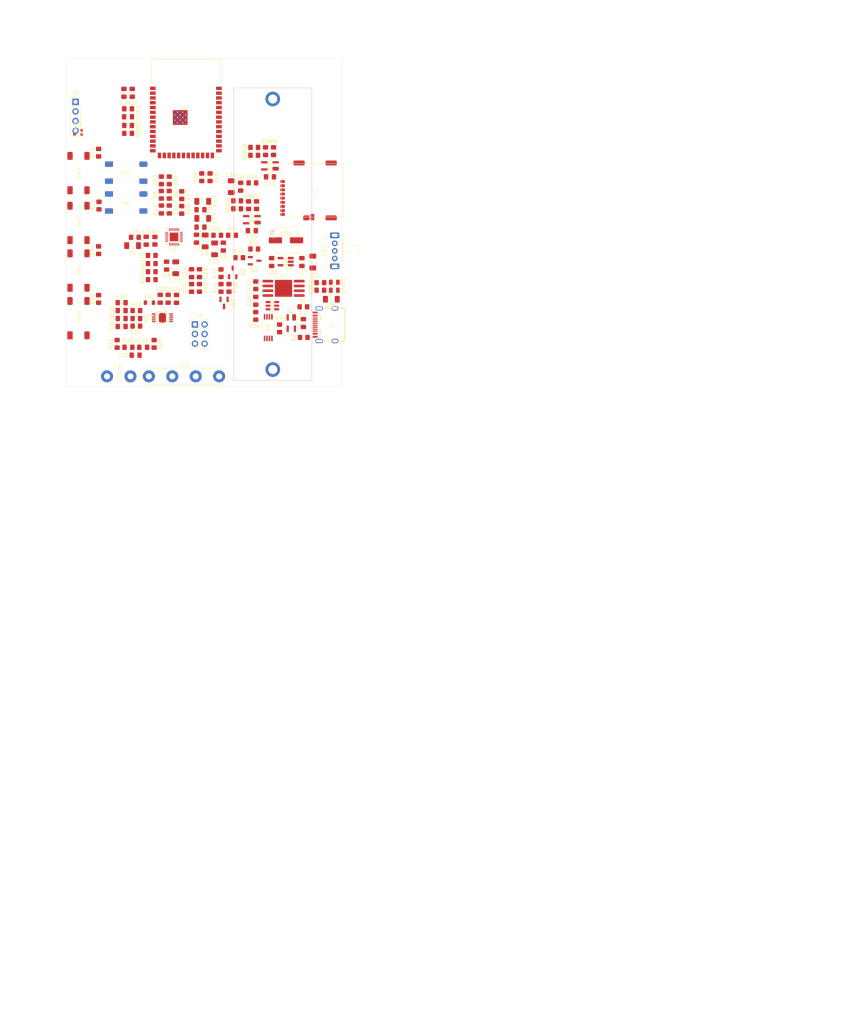
<source format=kicad_pcb>
(kicad_pcb (version 20240108) (generator "pcbnew") (generator_version "8.0")
  (layers (0 "F.Cu" signal) (1 "In1.Cu" signal) (2 "In2.Cu" signal) (31 "B.Cu" signal) (34 "B.Paste" user) (35 "F.Paste" user) (36 "B.SilkS" user "B.Silkscreen") (37 "F.SilkS" user "F.Silkscreen") (38 "B.Mask" user) (39 "F.Mask" user) (44 "Edge.Cuts" user))
  (net 0 "")
  (net 1 "V_Bat")
  (net 2 "Net-(BT1--)")
  (net 3 "GND")
  (net 4 "V_USB")
  (net 5 "+3.3V")
  (net 6 "ESP_EN")
  (net 7 "Net-(U2-DVDD)")
  (net 8 "V_Audio")
  (net 9 "Net-(U2-AVDD)")
  (net 10 "Net-(U2-CDATA)")
  (net 11 "Net-(U2-CCLK)")
  (net 12 "Net-(U2-VMID)")
  (net 13 "Net-(U2-ADCVREF)")
  (net 14 "Net-(U2-VREF)")
  (net 15 "Net-(C19-Pad1)")
  (net 16 "Net-(U2-LOUT1)")
  (net 17 "Net-(U2-ROUT1)")
  (net 18 "Net-(C20-Pad1)")
  (net 19 "Net-(U3-PVIN)")
  (net 20 "Net-(C26-Pad1)")
  (net 21 "AUDIO_LS")
  (net 22 "Net-(C28-Pad2)")
  (net 23 "Net-(C28-Pad1)")
  (net 24 "Net-(C30-Pad1)")
  (net 25 "Net-(C31-Pad2)")
  (net 26 "Net-(U5-VCC)")
  (net 27 "USB_D+")
  (net 28 "USB_D-")
  (net 29 "Net-(U4-DATA0)")
  (net 30 "Net-(U4-CLK)")
  (net 31 "Net-(U4-CD{slash}DATA3)")
  (net 32 "Net-(U4-CMD)")
  (net 33 "Net-(D4-K)")
  (net 34 "Net-(D5-K)")
  (net 35 "ESP_U0_RX")
  (net 36 "ESP_U0_TX")
  (net 37 "ESP_GPIO0")
  (net 38 "IO48")
  (net 39 "IO02")
  (net 40 "IO01")
  (net 41 "IO47")
  (net 42 "Net-(Q1-B)")
  (net 43 "V_LED")
  (net 44 "Net-(Q2-B)")
  (net 45 "Net-(Q3-B)")
  (net 46 "Net-(Q3-C)")
  (net 47 "Net-(X1-CC2)")
  (net 48 "Net-(X1-CC1)")
  (net 49 "SCL")
  (net 50 "SDA")
  (net 51 "MCLK")
  (net 52 "Net-(U2-MCLK)")
  (net 53 "SCLK")
  (net 54 "Net-(U2-SCLK)")
  (net 55 "Net-(U2-LRCK)")
  (net 56 "LRCK")
  (net 57 "Net-(U2-DSDIN)")
  (net 58 "DSDIN")
  (net 59 "BAT_FB")
  (net 60 "CE")
  (net 61 "Net-(U3-INP)")
  (net 62 "Net-(U3-INN)")
  (net 63 "LS+")
  (net 64 "LS-")
  (net 65 "SDCARD_CS")
  (net 66 "SPI0_MOSI")
  (net 67 "Net-(U4-VDD)")
  (net 68 "SPI0_CLK")
  (net 69 "SPI0_MISO")
  (net 70 "Net-(U5-CS)")
  (net 71 "Net-(U7-STDBY)")
  (net 72 "Net-(U7-STAT)")
  (net 73 "Net-(U7-ISET)")
  (net 74 "VOLUME+")
  (net 75 "MODI1")
  (net 76 "VOLUME-")
  (net 77 "MODI2")
  (net 78 "V_Audio_ENABLE")
  (net 79 "V_LED_ENABLE")
  (net 83 "LED_DATA")
  (net 85 "BATTERY_CHRG_EANBLE")
  (net 86 "LS_ENABLE")
  (net 100 "Net-(U5-OC)")
  (net 101 "Net-(U5-OD)")
  (net 105 "ENABLE_BATTERY_CHRG")
  (net 110 "V_BatSW")
  (footprint "Capacitor_SMD:C_1206_3216Metric_Pad1.33x1.80mm_HandSolder" (layer "F.Cu") (at 115.9 138.1625 -90)
    (property "Reference" "C15" (at 3.2 0.1 360) (layer "F.SilkS"))
    (property "Value" "10uF" (hide yes))
    (pad "1" smd roundrect (at -1.5625 0 270) (size 1.325 1.8) (layers "F.Cu" "F.Paste" "F.Mask") (roundrect_rratio 0.188679) (net 14 "Net-(U2-VREF)"))
    (pad "2" smd roundrect (at 1.5625 0 270) (size 1.325 1.8) (layers "F.Cu" "F.Paste" "F.Mask") (roundrect_rratio 0.188679) (net 3 "GND"))
  )
  (footprint "Capacitor_SMD:C_1206_3216Metric_Pad1.33x1.80mm_HandSolder" (layer "F.Cu") (at 123.7 131.0625 -90)
    (property "Reference" "C9" (at 3.3 0 180) (layer "F.SilkS"))
    (property "Value" "10uF" (hide yes))
    (pad "1" smd roundrect (at -1.5625 0 270) (size 1.325 1.8) (layers "F.Cu" "F.Paste" "F.Mask") (roundrect_rratio 0.188679) (net 9 "Net-(U2-AVDD)"))
    (pad "2" smd roundrect (at 1.5625 0 270) (size 1.325 1.8) (layers "F.Cu" "F.Paste" "F.Mask") (roundrect_rratio 0.188679) (net 3 "GND"))
  )
  (footprint "Resistor_SMD:R_0805_2012Metric_Pad1.20x1.40mm_HandSolder" (layer "F.Cu") (at 105.5 153.6 180)
    (property "Reference" "R24" (at 0.2 -1.7 360) (layer "F.SilkS"))
    (property "Value" "1M" (hide yes))
    (pad "1" smd roundrect (at -1 0 180) (size 1.2 1.4) (layers "F.Cu" "F.Paste" "F.Mask") (roundrect_rratio 0.208333) (net 61 "Net-(U3-INP)"))
    (pad "2" smd roundrect (at 1 0 180) (size 1.2 1.4) (layers "F.Cu" "F.Paste" "F.Mask") (roundrect_rratio 0.208333) (net 3 "GND"))
  )
  (footprint "Resistor_SMD:R_0805_2012Metric_Pad1.20x1.40mm_HandSolder" (layer "F.Cu") (at 154.2 142.1)
    (property "Reference" "R41" (at -2.5 0 -90) (layer "F.SilkS") (effects (font (size 1 0.7))))
    (property "Value" "1.5k" (hide yes))
    (pad "1" smd roundrect (at -1 0) (size 1.2 1.4) (layers "F.Cu" "F.Paste" "F.Mask") (roundrect_rratio 0.208333) (net 72 "Net-(U7-STAT)"))
    (pad "2" smd roundrect (at 1 0) (size 1.2 1.4) (layers "F.Cu" "F.Paste" "F.Mask") (roundrect_rratio 0.208333) (net 34 "Net-(D5-K)"))
  )
  (footprint "Resistor_SMD:R_0805_2012Metric_Pad1.20x1.40mm_HandSolder" (layer "F.Cu") (at 95.5 146.4 -90)
    (property "Reference" "R46" (at 0 1.6 90) (layer "F.SilkS"))
    (property "Value" "10k" (hide yes))
    (pad "1" smd roundrect (at -1 0 270) (size 1.2 1.4) (layers "F.Cu" "F.Paste" "F.Mask") (roundrect_rratio 0.208333) (net 5 "+3.3V"))
    (pad "2" smd roundrect (at 1 0 270) (size 1.2 1.4) (layers "F.Cu" "F.Paste" "F.Mask") (roundrect_rratio 0.208333) (net 77 "MODI2"))
  )
  (footprint "Resistor_SMD:R_0805_2012Metric_Pad1.20x1.40mm_HandSolder" (layer "F.Cu") (at 125 114.2 90)
    (property "Reference" "R16" (at -0.2 1.7 90) (layer "F.SilkS"))
    (property "Value" "1k" (hide yes))
    (pad "1" smd roundrect (at -1 0 90) (size 1.2 1.4) (layers "F.Cu" "F.Paste" "F.Mask") (roundrect_rratio 0.208333) (net 43 "V_LED"))
    (pad "2" smd roundrect (at 1 0 90) (size 1.2 1.4) (layers "F.Cu" "F.Paste" "F.Mask") (roundrect_rratio 0.208333) (net 59 "BAT_FB"))
  )
  (footprint "Resistor_SMD:R_0805_2012Metric_Pad1.20x1.40mm_HandSolder" (layer "F.Cu") (at 130.8 129.5625)
    (property "Reference" "R7" (at 0 -1.65 0) (layer "F.SilkS"))
    (property "Value" "0" (hide yes))
    (pad "1" smd roundrect (at -1 0) (size 1.2 1.4) (layers "F.Cu" "F.Paste" "F.Mask") (roundrect_rratio 0.208333) (net 8 "V_Audio"))
    (pad "2" smd roundrect (at 1 0) (size 1.2 1.4) (layers "F.Cu" "F.Paste" "F.Mask") (roundrect_rratio 0.208333) (net 8 "V_Audio"))
  )
  (footprint "Resistor_SMD:R_0805_2012Metric_Pad1.20x1.40mm_HandSolder" (layer "F.Cu") (at 136.7 133.2)
    (property "Reference" "R21" (at 0 -1.65 360) (layer "F.SilkS"))
    (property "Value" "1M" (hide yes))
    (pad "1" smd roundrect (at -1 0) (size 1.2 1.4) (layers "F.Cu" "F.Paste" "F.Mask") (roundrect_rratio 0.208333) (net 42 "Net-(Q1-B)"))
    (pad "2" smd roundrect (at 1 0) (size 1.2 1.4) (layers "F.Cu" "F.Paste" "F.Mask") (roundrect_rratio 0.208333) (net 5 "+3.3V"))
  )
  (footprint "Capacitor_SMD:C_0805_2012Metric_Pad1.18x1.45mm_HandSolder" (layer "F.Cu") (at 140.8625 114.1)
    (property "Reference" "C40" (at 0.1 1.7 360) (layer "F.SilkS"))
    (property "Value" "1uF" (hide yes))
    (pad "1" smd roundrect (at -1.0375 0) (size 1.175 1.45) (layers "F.Cu" "F.Paste" "F.Mask") (roundrect_rratio 0.212766) (net 5 "+3.3V"))
    (pad "2" smd roundrect (at 1.0375 0) (size 1.175 1.45) (layers "F.Cu" "F.Paste" "F.Mask") (roundrect_rratio 0.212766) (net 3 "GND"))
  )
  (footprint "Resistor_SMD:R_0805_2012Metric_Pad1.20x1.40mm_HandSolder" (layer "F.Cu") (at 136.7 108.4 180)
    (property "Reference" "R29" (at 2.5 0 90) (layer "F.SilkS") (effects (font (size 1 0.7))))
    (property "Value" "0" (hide yes))
    (pad "1" smd roundrect (at -1 0 180) (size 1.2 1.4) (layers "F.Cu" "F.Paste" "F.Mask") (roundrect_rratio 0.208333) (net 32 "Net-(U4-CMD)"))
    (pad "2" smd roundrect (at 1 0 180) (size 1.2 1.4) (layers "F.Cu" "F.Paste" "F.Mask") (roundrect_rratio 0.208333) (net 66 "SPI0_MOSI"))
  )
  (footprint "Capacitor_SMD:C_1206_3216Metric_Pad1.33x1.80mm_HandSolder" (layer "F.Cu") (at 123.0625 125.1)
    (property "Reference" "C14" (at 3.2 -0.1 90) (layer "F.SilkS"))
    (property "Value" "10uF" (hide yes))
    (pad "1" smd roundrect (at -1.5625 0) (size 1.325 1.8) (layers "F.Cu" "F.Paste" "F.Mask") (roundrect_rratio 0.188679) (net 13 "Net-(U2-ADCVREF)"))
    (pad "2" smd roundrect (at 1.5625 0) (size 1.325 1.8) (layers "F.Cu" "F.Paste" "F.Mask") (roundrect_rratio 0.188679) (net 3 "GND"))
  )
  (footprint "Package_SO:TSSOP-8_4.4x3mm_P0.65mm" (layer "F.Cu") (at 140.4 154 -90)
    (property "Reference" "U6" (at 0 0 90) (layer "F.SilkS"))
    (property "Value" "FS8205A" (hide yes))
    (pad "1" smd roundrect (at -2.8625 -0.975 270) (size 1.475 0.4) (layers "F.Cu" "F.Paste" "F.Mask"))
    (pad "2" smd roundrect (at -2.8625 -0.325 270) (size 1.475 0.4) (layers "F.Cu" "F.Paste" "F.Mask") (net 2 "Net-(BT1--)"))
    (pad "3" smd roundrect (at -2.8625 0.325 270) (size 1.475 0.4) (layers "F.Cu" "F.Paste" "F.Mask") (net 2 "Net-(BT1--)"))
    (pad "4" smd roundrect (at -2.8625 0.975 270) (size 1.475 0.4) (layers "F.Cu" "F.Paste" "F.Mask") (net 101 "Net-(U5-OD)"))
    (pad "5" smd roundrect (at 2.8625 0.975 270) (size 1.475 0.4) (layers "F.Cu" "F.Paste" "F.Mask") (net 100 "Net-(U5-OC)"))
    (pad "6" smd roundrect (at 2.8625 0.325 270) (size 1.475 0.4) (layers "F.Cu" "F.Paste" "F.Mask") (net 3 "GND"))
    (pad "7" smd roundrect (at 2.8625 -0.325 270) (size 1.475 0.4) (layers "F.Cu" "F.Paste" "F.Mask") (net 3 "GND"))
    (pad "8" smd roundrect (at 2.8625 -0.975 270) (size 1.475 0.4) (layers "F.Cu" "F.Paste" "F.Mask"))
  )
  (footprint "Resistor_SMD:R_0805_2012Metric_Pad1.20x1.40mm_HandSolder" (layer "F.Cu") (at 120.1 143.5 90)
    (property "Reference" "R20" (at 0 -1.65 90) (layer "F.SilkS"))
    (property "Value" "33" (hide yes))
    (pad "1" smd roundrect (at -1 0 90) (size 1.2 1.4) (layers "F.Cu" "F.Paste" "F.Mask") (roundrect_rratio 0.208333) (net 21 "AUDIO_LS"))
    (pad "2" smd roundrect (at 1 0 90) (size 1.2 1.4) (layers "F.Cu" "F.Paste" "F.Mask") (roundrect_rratio 0.208333) (net 18 "Net-(C20-Pad1)"))
  )
  (footprint "Resistor_SMD:R_0805_2012Metric_Pad1.20x1.40mm_HandSolder" (layer "F.Cu") (at 117.5 118.9375 -90)
    (property "Reference" "R17" (at 0 -1.7 90) (layer "F.SilkS"))
    (property "Value" "10k" (hide yes))
    (pad "1" smd roundrect (at -1 0 270) (size 1.2 1.4) (layers "F.Cu" "F.Paste" "F.Mask") (roundrect_rratio 0.208333) (net 8 "V_Audio"))
    (pad "2" smd roundrect (at 1 0 270) (size 1.2 1.4) (layers "F.Cu" "F.Paste" "F.Mask") (roundrect_rratio 0.208333) (net 60 "CE"))
  )
  (footprint "Resistor_SMD:R_0805_2012Metric_Pad1.20x1.40mm_HandSolder" (layer "F.Cu") (at 139.7 107.3 90)
    (property "Reference" "R39" (at 2.5 0 180) (layer "F.SilkS") (effects (font (size 1 0.7))))
    (property "Value" "10k" (hide yes))
    (pad "1" smd roundrect (at -1 0 90) (size 1.2 1.4) (layers "F.Cu" "F.Paste" "F.Mask") (roundrect_rratio 0.208333) (net 32 "Net-(U4-CMD)"))
    (pad "2" smd roundrect (at 1 0 90) (size 1.2 1.4) (layers "F.Cu" "F.Paste" "F.Mask") (roundrect_rratio 0.208333) (net 8 "V_Audio"))
  )
  (footprint "Package_TO_SOT_SMD:SOT-143_Handsoldering" (layer "F.Cu") (at 136.0625 125.45 180)
    (property "Reference" "D2" (at 0 0.2 90) (layer "F.SilkS"))
    (property "Value" "PRTR5V0U2X_1727-3884-6-ND" (hide yes))
    (pad "1" smd roundrect (at -1.5 -0.75 180) (size 1.7 1) (layers "F.Cu" "F.Paste" "F.Mask") (net 3 "GND"))
    (pad "2" smd roundrect (at -1.5 0.95 180) (size 1.7 0.6) (layers "F.Cu" "F.Paste" "F.Mask") (net 30 "Net-(U4-CLK)"))
    (pad "3" smd roundrect (at 1.5 0.95 180) (size 1.7 0.6) (layers "F.Cu" "F.Paste" "F.Mask") (net 29 "Net-(U4-DATA0)"))
    (pad "4" smd roundrect (at 1.5 -0.95 180) (size 1.7 0.6) (layers "F.Cu" "F.Paste" "F.Mask") (net 5 "+3.3V"))
  )
  (footprint "Package_DFN_QFN:QFN-28-1EP_4x4mm_P0.4mm_EP2.3x2.3mm" (layer "F.Cu") (at 115.4625 130)
    (property "Reference" "U2" (at -0.4375 3.5 0) (layer "F.SilkS"))
    (property "Value" "ES8388" (hide yes))
    (pad "1" smd roundrect (at -1.9375 -1.2) (size 0.825 0.2) (layers "F.Cu" "F.Paste" "F.Mask") (net 52 "Net-(U2-MCLK)"))
    (pad "2" smd roundrect (at -1.9375 -0.8) (size 0.825 0.2) (layers "F.Cu" "F.Paste" "F.Mask") (net 7 "Net-(U2-DVDD)"))
    (pad "3" smd roundrect (at -1.9375 -0.4) (size 0.825 0.2) (layers "F.Cu" "F.Paste" "F.Mask") (net 7 "Net-(U2-DVDD)"))
    (pad "4" smd roundrect (at -1.9375 0) (size 0.825 0.2) (layers "F.Cu" "F.Paste" "F.Mask") (net 3 "GND"))
    (pad "5" smd roundrect (at -1.9375 0.4) (size 0.825 0.2) (layers "F.Cu" "F.Paste" "F.Mask") (net 54 "Net-(U2-SCLK)"))
    (pad "6" smd roundrect (at -1.9375 0.8) (size 0.825 0.2) (layers "F.Cu" "F.Paste" "F.Mask") (net 57 "Net-(U2-DSDIN)"))
    (pad "7" smd roundrect (at -1.9375 1.2) (size 0.825 0.2) (layers "F.Cu" "F.Paste" "F.Mask") (net 55 "Net-(U2-LRCK)"))
    (pad "8" smd roundrect (at -1.2 1.9375) (size 0.2 0.825) (layers "F.Cu" "F.Paste" "F.Mask"))
    (pad "9" smd roundrect (at -0.8 1.9375) (size 0.2 0.825) (layers "F.Cu" "F.Paste" "F.Mask"))
    (pad "10" smd roundrect (at -0.4 1.9375) (size 0.2 0.825) (layers "F.Cu" "F.Paste" "F.Mask") (net 14 "Net-(U2-VREF)"))
    (pad "11" smd roundrect (at 0 1.9375) (size 0.2 0.825) (layers "F.Cu" "F.Paste" "F.Mask") (net 17 "Net-(U2-ROUT1)"))
    (pad "12" smd roundrect (at 0.4 1.9375) (size 0.2 0.825) (layers "F.Cu" "F.Paste" "F.Mask") (net 16 "Net-(U2-LOUT1)"))
    (pad "13" smd roundrect (at 0.8 1.9375) (size 0.2 0.825) (layers "F.Cu" "F.Paste" "F.Mask") (net 3 "GND"))
    (pad "14" smd roundrect (at 1.2 1.9375) (size 0.2 0.825) (layers "F.Cu" "F.Paste" "F.Mask"))
    (pad "15" smd roundrect (at 1.9375 1.2) (size 0.825 0.2) (layers "F.Cu" "F.Paste" "F.Mask"))
    (pad "16" smd roundrect (at 1.9375 0.8) (size 0.825 0.2) (layers "F.Cu" "F.Paste" "F.Mask") (net 8 "V_Audio"))
    (pad "17" smd roundrect (at 1.9375 0.4) (size 0.825 0.2) (layers "F.Cu" "F.Paste" "F.Mask") (net 9 "Net-(U2-AVDD)"))
    (pad "18" smd roundrect (at 1.9375 0) (size 0.825 0.2) (layers "F.Cu" "F.Paste" "F.Mask") (net 3 "GND"))
    (pad "19" smd roundrect (at 1.9375 -0.4) (size 0.825 0.2) (layers "F.Cu" "F.Paste" "F.Mask") (net 13 "Net-(U2-ADCVREF)"))
    (pad "20" smd roundrect (at 1.9375 -0.8) (size 0.825 0.2) (layers "F.Cu" "F.Paste" "F.Mask") (net 12 "Net-(U2-VMID)"))
    (pad "21" smd roundrect (at 1.9375 -1.2) (size 0.825 0.2) (layers "F.Cu" "F.Paste" "F.Mask"))
    (pad "22" smd roundrect (at 1.2 -1.9375) (size 0.2 0.825) (layers "F.Cu" "F.Paste" "F.Mask"))
    (pad "23" smd roundrect (at 0.8 -1.9375) (size 0.2 0.825) (layers "F.Cu" "F.Paste" "F.Mask"))
    (pad "24" smd roundrect (at 0.4 -1.9375) (size 0.2 0.825) (layers "F.Cu" "F.Paste" "F.Mask"))
    (pad "25" smd roundrect (at 0 -1.9375) (size 0.2 0.825) (layers "F.Cu" "F.Paste" "F.Mask"))
    (pad "26" smd roundrect (at -0.4 -1.9375) (size 0.2 0.825) (layers "F.Cu" "F.Paste" "F.Mask") (net 60 "CE"))
    (pad "27" smd roundrect (at -0.8 -1.9375) (size 0.2 0.825) (layers "F.Cu" "F.Paste" "F.Mask") (net 10 "Net-(U2-CDATA)"))
    (pad "28" smd roundrect (at -1.2 -1.9375) (size 0.2 0.825) (layers "F.Cu" "F.Paste" "F.Mask") (net 11 "Net-(U2-CCLK)"))
    (pad "29" smd rect (at 0 0) (size 2.3 2.3) (property pad_prop_heatsink) (layers "F.Cu" "F.Mask") (net 3 "GND"))
  )
  (footprint "Library:USB-C-SMD_TYPE-C-USB-17" (layer "F.Cu") (at 157.1 153.2 90)
    (property "Reference" "X1" (at 0 0 90) (layer "F.SilkS") (effects (font (thickness 0.1))))
    (property "Value" "USB3.1C16PFSMT" (hide yes))
    (pad "" np_thru_hole circle (at -2.91 -2.61 90) (size 0.75 0.75) (drill 0.75) (layers "F&B.Cu" "*.Mask"))
    (pad "" np_thru_hole circle (at 2.87 -2.61 90) (size 0.75 0.75) (drill 0.75) (layers "F&B.Cu" "*.Mask"))
    (pad "0" thru_hole oval (at -4.34 -3.22 90) (size 1.1 2) (drill oval 0.700024 1.600022) (layers "*.Cu" "*.Mask") (net 3 "GND"))
    (pad "0" thru_hole oval (at -4.34 0.98 90) (size 1.2 1.8) (drill oval 0.700024 1.399997) (layers "*.Cu" "*.Mask") (net 3 "GND"))
    (pad "0" thru_hole oval (at 4.3 -3.22 90) (size 1.1 2) (drill oval 0.700024 1.599971) (layers "*.Cu" "*.Mask") (net 3 "GND"))
    (pad "0" thru_hole oval (at 4.3 0.98 90) (size 1.2 1.8) (drill oval 0.700024 1.399997) (layers "*.Cu" "*.Mask") (net 3 "GND"))
    (pad "A1" smd rect (at -3.22 -4.28 90) (size 0.5 1.3) (layers "F.Cu" "F.Paste" "F.Mask") (net 3 "GND"))
    (pad "A4" smd rect (at -2.42 -4.28 90) (size 0.5 1.3) (layers "F.Cu" "F.Paste" "F.Mask") (net 4 "V_USB"))
    (pad "A5" smd rect (at -1.27 -4.28 90) (size 0.28 1.3) (layers "F.Cu" "F.Paste" "F.Mask") (net 48 "Net-(X1-CC1)"))
    (pad "A6" smd rect (at -0.27 -4.28 90) (size 0.28 1.3) (layers "F.Cu" "F.Paste" "F.Mask") (net 27 "USB_D+"))
    (pad "A7" smd rect (at 0.23 -4.28 90) (size 0.28 1.3) (layers "F.Cu" "F.Paste" "F.Mask") (net 28 "USB_D-"))
    (pad "A8" smd rect (at 1.23 -4.28 90) (size 0.28 1.3) (layers "F.Cu" "F.Paste" "F.Mask"))
    (pad "A9" smd rect (at 2.38 -4.28 90) (size 0.5 1.3) (layers "F.Cu" "F.Paste" "F.Mask") (net 4 "V_USB"))
    (pad "A12" smd rect (at 3.18 -4.28 90) (size 0.5 1.3) (layers "F.Cu" "F.Paste" "F.Mask") (net 3 "GND"))
    (pad "B5" smd rect (at 1.73 -4.28 90) (size 0.28 1.3) (layers "F.Cu" "F.Paste" "F.Mask") (net 47 "Net-(X1-CC2)"))
    (pad "B6" smd rect (at 0.73 -4.28 90) (size 0.28 1.3) (layers "F.Cu" "F.Paste" "F.Mask") (net 27 "USB_D+"))
    (pad "B7" smd rect (at -0.77 -4.28 90) (size 0.28 1.3) (layers "F.Cu" "F.Paste" "F.Mask") (net 28 "USB_D-"))
    (pad "B8" smd rect (at -1.77 -4.28 90) (size 0.28 1.3) (layers "F.Cu" "F.Paste" "F.Mask"))
  )
  (footprint "Resistor_SMD:R_0805_2012Metric_Pad1.20x1.40mm_HandSolder" (layer "F.Cu") (at 117.5 122.8375 -90)
    (property "Reference" "R18" (at 0 -1.65 90) (layer "F.SilkS"))
    (property "Value" "10k" (hide yes))
    (pad "1" smd roundrect (at -1 0 270) (size 1.2 1.4) (layers "F.Cu" "F.Paste" "F.Mask") (roundrect_rratio 0.208333) (net 60 "CE"))
    (pad "2" smd roundrect (at 1 0 270) (size 1.2 1.4) (layers "F.Cu" "F.Paste" "F.Mask") (roundrect_rratio 0.208333) (net 3 "GND"))
  )
  (footprint "Resistor_SMD:R_0805_2012Metric_Pad1.20x1.40mm_HandSolder" (layer "F.Cu") (at 103.3 96.1)
    (property "Reference" "R3" (at 2.7 0.1 90) (layer "F.SilkS"))
    (property "Value" "10k" (hide yes))
    (pad "1" smd roundrect (at -1 0) (size 1.2 1.4) (layers "F.Cu" "F.Paste" "F.Mask") (roundrect_rratio 0.208333) (net 5 "+3.3V"))
    (pad "2" smd roundrect (at 1 0) (size 1.2 1.4) (layers "F.Cu" "F.Paste" "F.Mask") (roundrect_rratio 0.208333) (net 6 "ESP_EN"))
  )
  (footprint "Resistor_SMD:R_0805_2012Metric_Pad1.20x1.40mm_HandSolder" (layer "F.Cu") (at 137.1 142.8 90)
    (property "Reference" "R42" (at 0 -1.65 90) (layer "F.SilkS"))
    (property "Value" "2k" (hide yes))
    (pad "1" smd roundrect (at -1 0 90) (size 1.2 1.4) (layers "F.Cu" "F.Paste" "F.Mask") (roundrect_rratio 0.208333) (net 73 "Net-(U7-ISET)"))
    (pad "2" smd roundrect (at 1 0 90) (size 1.2 1.4) (layers "F.Cu" "F.Paste" "F.Mask") (roundrect_rratio 0.208333) (net 3 "GND"))
  )
  (footprint "Capacitor_SMD:C_1206_3216Metric_Pad1.33x1.80mm_HandSolder" (layer "F.Cu") (at 123.0625 120.6)
    (property "Reference" "C13" (at 3.1375 0 90) (layer "F.SilkS"))
    (property "Value" "10uF" (hide yes))
    (pad "1" smd roundrect (at -1.5625 0) (size 1.325 1.8) (layers "F.Cu" "F.Paste" "F.Mask") (roundrect_rratio 0.188679) (net 12 "Net-(U2-VMID)"))
    (pad "2" smd roundrect (at 1.5625 0) (size 1.325 1.8) (layers "F.Cu" "F.Paste" "F.Mask") (roundrect_rratio 0.188679) (net 3 "GND"))
  )
  (footprint "Resistor_SMD:R_0805_2012Metric_Pad1.20x1.40mm_HandSolder" (layer "F.Cu") (at 154.2 144.1)
    (property "Reference" "R38" (at -2.4 0 90) (layer "F.SilkS") (effects (font (size 1 0.7))))
    (property "Value" "1.5k" (hide yes))
    (pad "1" smd roundrect (at -1 0) (size 1.2 1.4) (layers "F.Cu" "F.Paste" "F.Mask") (roundrect_rratio 0.208333) (net 71 "Net-(U7-STDBY)"))
    (pad "2" smd roundrect (at 1 0) (size 1.2 1.4) (layers "F.Cu" "F.Paste" "F.Mask") (roundrect_rratio 0.208333) (net 33 "Net-(D4-K)"))
  )
  (footprint "Library:Taster" (layer "F.Cu") (at 102.8 113.1)
    (property "Reference" "SW2" (at 0 0 0) (layer "F.SilkS") (effects (font (thickness 0.1))))
    (property "Value" "Boot" (hide yes))
    (pad "1" smd rect (at -4.55 -2.370544) (size 2.1 1.4) (layers "F.Cu" "F.Paste" "F.Mask"))
    (pad "2" smd roundrect (at -4.55 2.129456) (size 2.1 1.4) (layers "F.Cu" "F.Paste" "F.Mask") (roundrect_rratio 0.1785714286))
    (pad "3" smd roundrect (at 4.55 2.129456) (size 2.1 1.4) (layers "F.Cu" "F.Paste" "F.Mask") (roundrect_rratio 0.1785714286) (net 3 "GND"))
    (pad "4" smd roundrect (at 4.55 -2.370544) (size 2.1 1.4) (layers "F.Cu" "F.Paste" "F.Mask") (roundrect_rratio 0.1785714286) (net 37 "ESP_GPIO0"))
  )
  (footprint "Resistor_SMD:R_0805_2012Metric_Pad1.20x1.40mm_HandSolder" (layer "F.Cu") (at 100.4 158.3 90)
    (property "Reference" "R25" (at 0 -1.65 90) (layer "F.SilkS"))
    (property "Value" "0" (hide yes))
    (pad "1" smd roundrect (at -1 0 90) (size 1.2 1.4) (layers "F.Cu" "F.Paste" "F.Mask") (roundrect_rratio 0.208333) (net 24 "Net-(C30-Pad1)"))
    (pad "2" smd roundrect (at 1 0 90) (size 1.2 1.4) (layers "F.Cu" "F.Paste" "F.Mask") (roundrect_rratio 0.208333) (net 63 "LS+"))
  )
  (footprint "Resistor_SMD:R_0805_2012Metric_Pad1.20x1.40mm_HandSolder" (layer "F.Cu") (at 109.5625 134.9 180)
    (property "Reference" "R12" (at 2.4 0 90) (layer "F.SilkS") (effects (font (size 1 0.7))))
    (property "Value" "33" (hide yes))
    (pad "1" smd roundrect (at -1 0 180) (size 1.2 1.4) (layers "F.Cu" "F.Paste" "F.Mask") (roundrect_rratio 0.208333) (net 52 "Net-(U2-MCLK)"))
    (pad "2" smd roundrect (at 1 0 180) (size 1.2 1.4) (layers "F.Cu" "F.Paste" "F.Mask") (roundrect_rratio 0.208333) (net 51 "MCLK"))
  )
  (footprint "LED_SMD:LED_0805_2012Metric" (layer "F.Cu") (at 157.9 142)
    (property "Reference" "D5" (at 2.4 0 90) (layer "F.SilkS"))
    (property "Value" "Green" (hide yes))
    (pad "1" smd roundrect (at -0.9375 0) (size 0.975 1.4) (layers "F.Cu" "F.Paste" "F.Mask") (net 34 "Net-(D5-K)"))
    (pad "2" smd roundrect (at 0.9375 0) (size 0.975 1.4) (layers "F.Cu" "F.Paste" "F.Mask") (net 4 "V_USB"))
  )
  (footprint "Capacitor_SMD:C_1206_3216Metric_Pad1.33x1.80mm_HandSolder" (layer "F.Cu") (at 152.2 136.65 -90)
    (property "Reference" "C21" (at 3.5 -0.2 180) (layer "F.SilkS"))
    (property "Value" "10uF" (hide yes))
    (pad "1" smd roundrect (at -1.5625 0 270) (size 1.325 1.8) (layers "F.Cu" "F.Paste" "F.Mask") (roundrect_rratio 0.188679) (net 110 "V_BatSW"))
    (pad "2" smd roundrect (at 1.5625 0 270) (size 1.325 1.8) (layers "F.Cu" "F.Paste" "F.Mask") (roundrect_rratio 0.188679) (net 3 "GND"))
  )
  (footprint "Capacitor_SMD:C_1206_3216Metric_Pad1.33x1.80mm_HandSolder" (layer "F.Cu") (at 130.6 116.7 -90)
    (property "Reference" "C34" (at -3.1 0.1 180) (layer "F.SilkS"))
    (property "Value" "10uF" (hide yes))
    (pad "1" smd roundrect (at -1.5625 0 270) (size 1.325 1.8) (layers "F.Cu" "F.Paste" "F.Mask") (roundrect_rratio 0.188679) (net 8 "V_Audio"))
    (pad "2" smd roundrect (at 1.5625 0 270) (size 1.325 1.8) (layers "F.Cu" "F.Paste" "F.Mask") (roundrect_rratio 0.188679) (net 3 "GND"))
  )
  (footprint "Resistor_SMD:R_0805_2012Metric_Pad1.20x1.40mm_HandSolder" (layer "F.Cu") (at 143.4 154.2 90)
    (property "Reference" "R35" (at 2.6 0 360) (layer "F.SilkS") (effects (font (size 1 0.7))))
    (property "Value" "1k" (hide yes))
    (pad "1" smd roundrect (at -1 0 90) (size 1.2 1.4) (layers "F.Cu" "F.Paste" "F.Mask") (roundrect_rratio 0.208333) (net 3 "GND"))
    (pad "2" smd roundrect (at 1 0 90) (size 1.2 1.4) (layers "F.Cu" "F.Paste" "F.Mask") (roundrect_rratio 0.208333) (net 70 "Net-(U5-CS)"))
  )
  (footprint "Library:Taster" (layer "F.Cu") (at 90.3 151.5 90)
    (property "Reference" "SW6" (at 0 0 90) (layer "F.SilkS") (effects (font (thickness 0.1))))
    (property "Value" "Modi0" (hide yes))
    (pad "1" smd rect (at -4.55 -2.370544 90) (size 2.1 1.4) (layers "F.Cu" "F.Paste" "F.Mask"))
    (pad "2" smd roundrect (at -4.55 2.129456 90) (size 2.1 1.4) (layers "F.Cu" "F.Paste" "F.Mask") (roundrect_rratio 0.1785714286))
    (pad "3" smd roundrect (at 4.55 2.129456 90) (size 2.1 1.4) (layers "F.Cu" "F.Paste" "F.Mask") (roundrect_rratio 0.1785714286) (net 77 "MODI2"))
    (pad "4" smd roundrect (at 4.55 -2.370544 90) (size 2.1 1.4) (layers "F.Cu" "F.Paste" "F.Mask") (roundrect_rratio 0.1785714286) (net 3 "GND"))
  )
  (footprint "Resistor_SMD:R_0805_2012Metric_Pad1.20x1.40mm_HandSolder" (layer "F.Cu") (at 149.8 156.6 180)
    (property "Reference" "R2" (at 2.6 -0.1 90) (layer "F.SilkS"))
    (property "Value" "5.1k" (hide yes))
    (pad "1" smd roundrect (at -1 0 180) (size 1.2 1.4) (layers "F.Cu" "F.Paste" "F.Mask") (roundrect_rratio 0.208333) (net 48 "Net-(X1-CC1)"))
    (pad "2" smd roundrect (at 1 0 180) (size 1.2 1.4) (layers "F.Cu" "F.Paste" "F.Mask") (roundrect_rratio 0.208333) (net 3 "GND"))
  )
  (footprint "Resistor_SMD:R_0805_2012Metric_Pad1.20x1.40mm_HandSolder" (layer "F.Cu") (at 149.7 148.5 180)
    (property "Reference" "R1" (at 0 1.5 360) (layer "F.SilkS"))
    (property "Value" "5.1k" (hide yes))
    (pad "1" smd roundrect (at -1 0 180) (size 1.2 1.4) (layers "F.Cu" "F.Paste" "F.Mask") (roundrect_rratio 0.208333) (net 47 "Net-(X1-CC2)"))
    (pad "2" smd roundrect (at 1 0 180) (size 1.2 1.4) (layers "F.Cu" "F.Paste" "F.Mask") (roundrect_rratio 0.208333) (net 3 "GND"))
  )
  (footprint "Resistor_SMD:R_0805_2012Metric_Pad1.20x1.40mm_HandSolder" (layer "F.Cu") (at 122.8 114.2 -90)
    (property "Reference" "R51" (at 0 1.6 90) (layer "F.SilkS"))
    (property "Value" "1k" (hide yes))
    (pad "1" smd roundrect (at -1 0 270) (size 1.2 1.4) (layers "F.Cu" "F.Paste" "F.Mask") (roundrect_rratio 0.208333) (net 59 "BAT_FB"))
    (pad "2" smd roundrect (at 1 0 270) (size 1.2 1.4) (layers "F.Cu" "F.Paste" "F.Mask") (roundrect_rratio 0.208333) (net 3 "GND"))
  )
  (footprint "Library:Taster" (layer "F.Cu") (at 90.3 126.3 90)
    (property "Reference" "SW3" (at 0 0 90) (layer "F.SilkS") (effects (font (thickness 0.1))))
    (property "Value" "Volume+" (hide yes))
    (pad "1" smd rect (at -4.55 -2.370544 90) (size 2.1 1.4) (layers "F.Cu" "F.Paste" "F.Mask"))
    (pad "2" smd roundrect (at -4.55 2.129456 90) (size 2.1 1.4) (layers "F.Cu" "F.Paste" "F.Mask") (roundrect_rratio 0.1785714286))
    (pad "3" smd roundrect (at 4.55 2.129456 90) (size 2.1 1.4) (layers "F.Cu" "F.Paste" "F.Mask") (roundrect_rratio 0.1785714286) (net 74 "VOLUME+"))
    (pad "4" smd roundrect (at 4.55 -2.370544 90) (size 2.1 1.4) (layers "F.Cu" "F.Paste" "F.Mask") (roundrect_rratio 0.1785714286) (net 3 "GND"))
  )
  (footprint "Capacitor_SMD:C_0805_2012Metric_Pad1.18x1.45mm_HandSolder" (layer "F.Cu") (at 149.3 136.65 -90)
    (property "Reference" "C37" (at 2.7 0 180) (layer "F.SilkS"))
    (property "Value" "1uF" (hide yes))
    (pad "1" smd roundrect (at -1.0375 0 270) (size 1.175 1.45) (layers "F.Cu" "F.Paste" "F.Mask") (roundrect_rratio 0.212766) (net 110 "V_BatSW"))
    (pad "2" smd roundrect (at 1.0375 0 270) (size 1.175 1.45) (layers "F.Cu" "F.Paste" "F.Mask") (roundrect_rratio 0.212766) (net 3 "GND"))
  )
  (footprint "Resistor_SMD:R_0805_2012Metric_Pad1.20x1.40mm_HandSolder" (layer "F.Cu") (at 112.1 115.0375 -90)
    (property "Reference" "R10" (at 0 1.6 90) (layer "F.SilkS"))
    (property "Value" "2k" (hide yes))
    (pad "1" smd roundrect (at -1 0 270) (size 1.2 1.4) (layers "F.Cu" "F.Paste" "F.Mask") (roundrect_rratio 0.208333) (net 8 "V_Audio"))
    (pad "2" smd roundrect (at 1 0 270) (size 1.2 1.4) (layers "F.Cu" "F.Paste" "F.Mask") (roundrect_rratio 0.208333) (net 49 "SCL"))
  )
  (footprint "Library:Taster" (layer "F.Cu") (at 102.8 121)
    (property "Reference" "SW1" (at 0 0 0) (layer "F.SilkS") (effects (font (thickness 0.1))))
    (property "Value" "Reset" (hide yes))
    (pad "1" smd rect (at -4.55 -2.370544) (size 2.1 1.4) (layers "F.Cu" "F.Paste" "F.Mask"))
    (pad "2" smd roundrect (at -4.55 2.129456) (size 2.1 1.4) (layers "F.Cu" "F.Paste" "F.Mask") (roundrect_rratio 0.1785714286))
    (pad "3" smd roundrect (at 4.55 2.129456) (size 2.1 1.4) (layers "F.Cu" "F.Paste" "F.Mask") (roundrect_rratio 0.1785714286) (net 3 "GND"))
    (pad "4" smd roundrect (at 4.55 -2.370544) (size 2.1 1.4) (layers "F.Cu" "F.Paste" "F.Mask") (roundrect_rratio 0.1785714286) (net 6 "ESP_EN"))
  )
  (footprint "Resistor_SMD:R_0805_2012Metric_Pad1.20x1.40mm_HandSolder" (layer "F.Cu") (at 132.1625 120.45 180)
    (property "Reference" "R31" (at 2.4625 0 90) (layer "F.SilkS") (effects (font (size 1 0.7))))
    (property "Value" "0" (hide yes))
    (pad "1" smd roundrect (at -1 0 180) (size 1.2 1.4) (layers "F.Cu" "F.Paste" "F.Mask") (roundrect_rratio 0.208333) (net 30 "Net-(U4-CLK)"))
    (pad "2" smd roundrect (at 1 0 180) (size 1.2 1.4) (layers "F.Cu" "F.Paste" "F.Mask") (roundrect_rratio 0.208333) (net 68 "SPI0_CLK"))
  )
  (footprint "Capacitor_SMD:C_0805_2012Metric_Pad1.18x1.45mm_HandSolder" (layer "F.Cu") (at 116.1 146.4 90)
    (property "Reference" "C23" (at 2.5 0 360) (layer "F.SilkS") (effects (font (size 1 0.7))))
    (property "Value" "100nF" (hide yes))
    (pad "1" smd roundrect (at -1.0375 0 90) (size 1.175 1.45) (layers "F.Cu" "F.Paste" "F.Mask") (roundrect_rratio 0.212766) (net 19 "Net-(U3-PVIN)"))
    (pad "2" smd roundrect (at 1.0375 0 90) (size 1.175 1.45) (layers "F.Cu" "F.Paste" "F.Mask") (roundrect_rratio 0.212766) (net 3 "GND"))
  )
  (footprint "Library:2096568" (layer "F.Cu") (at 149.6 119.215 -90)
    (property "Reference" "U4" (at -0.515 -3.5 -90) (layer "F.SilkS") (effects (font (thickness 0.1))))
    (property "Value" "TF_CARD" (hide yes))
    (pad "1" smd roundrect (at -3.87 5.4 270) (size 0.8 1.2) (layers "F.Cu" "F.Paste" "F.Mask"))
    (pad "2" smd roundrect (at -2.77 5.4 270) (size 0.8 1.2) (layers "F.Cu" "F.Paste" "F.Mask") (net 31 "Net-(U4-CD{slash}DATA3)"))
    (pad "3" smd roundrect (at -1.67 5.4 270) (size 0.8 1.2) (layers "F.Cu" "F.Paste" "F.Mask") (net 32 "Net-(U4-CMD)"))
    (pad "4" smd roundrect (at -0.57 5.4 270) (size 0.8 1.2) (layers "F.Cu" "F.Paste" "F.Mask") (net 67 "Net-(U4-VDD)"))
    (pad "5" smd roundrect (at 0.53 5.4 270) (size 0.8 1.2) (layers "F.Cu" "F.Paste" "F.Mask") (net 30 "Net-(U4-CLK)"))
    (pad "6" smd roundrect (at 1.63 5.4 270) (size 0.8 1.2) (layers "F.Cu" "F.Paste" "F.Mask") (net 3 "GND"))
    (pad "7" smd roundrect (at 2.73 5.4 270) (size 0.8 1.2) (layers "F.Cu" "F.Paste" "F.Mask") (net 29 "Net-(U4-DATA0)"))
    (pad "8" smd roundrect (at 3.83 5.4 270) (size 0.8 1.2) (layers "F.Cu" "F.Paste" "F.Mask"))
    (pad "NC" smd roundrect (at -8.78 -7.45 270) (size 1.3 3) (layers "F.Cu" "F.Paste" "F.Mask"))
    (pad "NC" smd roundrect (at -8.78 1.05 270) (size 1.3 3) (layers "F.Cu" "F.Paste" "F.Mask"))
    (pad "NC" smd roundrect (at 4.83 5.4 270) (size 0.8 1.2) (layers "F.Cu" "F.Paste" "F.Mask"))
    (pad "NC" smd roundrect (at 5.55 -2.5 270) (size 1.7 1) (layers "F.Cu" "F.Paste" "F.Mask"))
    (pad "NC" smd roundrect (at 5.75 -7.45 270) (size 1.3 3) (layers "F.Cu" "F.Paste" "F.Mask"))
    (pad "NC" smd roundrect (at 5.75 -0.9 270) (size 1.3 1.7) (layers "F.Cu" "F.Paste" "F.Mask"))
  )
  (footprint "Capacitor_SMD:C_0805_2012Metric_Pad1.18x1.45mm_HandSolder" (layer "F.Cu") (at 122.2 139.6 90)
    (property "Reference" "C19" (at 0 1.7 90) (layer "F.SilkS"))
    (property "Value" "22uF" (hide yes))
    (pad "1" smd roundrect (at -1.0375 0 90) (size 1.175 1.45) (layers "F.Cu" "F.Paste" "F.Mask") (roundrect_rratio 0.212766) (net 15 "Net-(C19-Pad1)"))
    (pad "2" smd roundrect (at 1.0375 0 90) (size 1.175 1.45) (layers "F.Cu" "F.Paste" "F.Mask") (roundrect_rratio 0.212766) (net 16 "Net-(U2-LOUT1)"))
  )
  (footprint "Connector_PinHeader_2.54mm:PinHeader_1x04_P2.54mm_Vertical" (layer "F.Cu") (at 89.4 94.26)
    (property "Reference" "J2" (at 0 -2.33 0) (layer "F.SilkS"))
    (property "Value" "Conn_01x04_Pin" (hide yes))
    (pad "1" thru_hole rect (at 0 0) (size 1.7 1.7) (drill 1) (layers "*.Cu" "*.Mask") (net 40 "IO01"))
    (pad "2" thru_hole oval (at 0 2.54) (size 1.7 1.7) (drill 1) (layers "*.Cu" "*.Mask") (net 39 "IO02"))
    (pad "3" thru_hole oval (at 0 5.08) (size 1.7 1.7) (drill 1) (layers "*.Cu" "*.Mask") (net 41 "IO47"))
    (pad "4" thru_hole oval (at 0 7.62) (size 1.7 1.7) (drill 1) (layers "*.Cu" "*.Mask") (net 38 "IO48"))
  )
  (footprint "Library:LS" (layer "F.Cu") (at 101 166.9)
    (property "Reference" "LS1" (at -0.1 -2.7 0) (layer "F.SilkS") (effects (font (thickness 0.1))))
    (property "Value" "Speaker" (hide yes))
    (pad "1" thru_hole circle (at -3.275 0) (size 3.2 3.2) (drill 1.6) (layers "*.Cu" "*.Mask") (net 24 "Net-(C30-Pad1)"))
    (pad "2" thru_hole circle (at 2.925 0) (size 3.2 3.2) (drill 1.6) (layers "*.Cu" "*.Mask") (net 25 "Net-(C31-Pad2)"))
  )
  (footprint "Resistor_SMD:R_0805_2012Metric_Pad1.20x1.40mm_HandSolder" (layer "F.Cu") (at 105.1 130.1 180)
    (property "Reference" "R5" (at -0.1 1.5 360) (layer "F.SilkS"))
    (property "Value" "100" (hide yes))
    (pad "1" smd roundrect (at -1 0 180) (size 1.2 1.4) (layers "F.Cu" "F.Paste" "F.Mask") (roundrect_rratio 0.208333) (net 7 "Net-(U2-DVDD)"))
    (pad "2" smd roundrect (at 1 0 180) (size 1.2 1.4) (layers "F.Cu" "F.Paste" "F.Mask") (roundrect_rratio 0.208333) (net 8 "V_Audio"))
  )
  (footprint "Resistor_SMD:R_0805_2012Metric_Pad1.20x1.40mm_HandSolder" (layer "F.Cu") (at 136.2 115.7 180)
    (property "Reference" "R30" (at 0 1.6 360) (layer "F.SilkS"))
    (property "Value" "0" (hide yes))
    (pad "1" smd roundrect (at -1 0 180) (size 1.2 1.4) (layers "F.Cu" "F.Paste" "F.Mask") (roundrect_rratio 0.208333) (net 67 "Net-(U4-VDD)"))
    (pad "2" smd roundrect (at 1 0 180) (size 1.2 1.4) (layers "F.Cu" "F.Paste" "F.Mask") (roundrect_rratio 0.208333) (net 8 "V_Audio"))
  )
  (footprint "MountingHole:MountingHole_3.2mm_M3" (layer "F.Cu") (at 90.7 86.6)
    (property "Reference" "REF**" (hide yes))
    (property "Value" "MountingHole_3.2mm_M3" (hide yes))
    (pad "" np_thru_hole circle (at 0 0) (size 3.2 3.2) (drill 3.2) (layers "*.Mask" "F.Cu" "In1.Cu" "In2.Cu" "B.Cu"))
  )
  (footprint "Capacitor_SMD:C_0805_2012Metric_Pad1.18x1.45mm_HandSolder" (layer "F.Cu") (at 107.3 159.2)
    (property "Reference" "C31" (at 0 -1.68 0) (layer "F.SilkS"))
    (property "Value" "330pF" (hide yes))
    (pad "1" smd roundrect (at -1.0375 0) (size 1.175 1.45) (layers "F.Cu" "F.Paste" "F.Mask") (roundrect_rratio 0.212766) (net 3 "GND"))
    (pad "2" smd roundrect (at 1.0375 0) (size 1.175 1.45) (layers "F.Cu" "F.Paste" "F.Mask") (roundrect_rratio 0.212766) (net 25 "Net-(C31-Pad2)"))
  )
  (footprint "Capacitor_SMD:C_0805_2012Metric_Pad1.18x1.45mm_HandSolder" (layer "F.Cu") (at 122.4625 127.4)
    (property "Reference" "C17" (at 2.6375 -0.1 90) (layer "F.SilkS") (effects (font (size 1 0.7))))
    (property "Value" "0.1uF" (hide yes))
    (pad "1" smd roundrect (at -1.0375 0) (size 1.175 1.45) (layers "F.Cu" "F.Paste" "F.Mask") (roundrect_rratio 0.212766) (net 13 "Net-(U2-ADCVREF)"))
    (pad "2" smd roundrect (at 1.0375 0) (size 1.175 1.45) (layers "F.Cu" "F.Paste" "F.Mask") (roundrect_rratio 0.212766) (net 3 "GND"))
  )
  (footprint "Capacitor_SMD:C_0805_2012Metric_Pad1.18x1.45mm_HandSolder" (layer "F.Cu") (at 121.4 130.4625 -90)
    (property "Reference" "C7" (at 2.7 -0.2 360) (layer "F.SilkS"))
    (property "Value" "0.1uF" (hide yes))
    (pad "1" smd roundrect (at -1.0375 0 270) (size 1.175 1.45) (layers "F.Cu" "F.Paste" "F.Mask") (roundrect_rratio 0.212766) (net 9 "Net-(U2-AVDD)"))
    (pad "2" smd roundrect (at 1.0375 0 270) (size 1.175 1.45) (layers "F.Cu" "F.Paste" "F.Mask") (roundrect_rratio 0.212766) (net 3 "GND"))
  )
  (footprint "Capacitor_SMD:C_0805_2012Metric_Pad1.18x1.45mm_HandSolder" (layer "F.Cu") (at 113.9 146.3625 90)
    (property "Reference" "C24" (at 2.6 0 360) (layer "F.SilkS") (effects (font (size 1 0.7))))
    (property "Value" "100nF" (hide yes))
    (pad "1" smd roundrect (at -1.0375 0 90) (size 1.175 1.45) (layers "F.Cu" "F.Paste" "F.Mask") (roundrect_rratio 0.212766) (net 19 "Net-(U3-PVIN)"))
    (pad "2" smd roundrect (at 1.0375 0 90) (size 1.175 1.45) (layers "F.Cu" "F.Paste" "F.Mask") (roundrect_rratio 0.212766) (net 3 "GND"))
  )
  (footprint "Capacitor_SMD:C_1206_3216Metric_Pad1.33x1.80mm_HandSolder" (layer "F.Cu") (at 157.1 146.5 180)
    (property "Reference" "C36" (at 0 -1.85 360) (layer "F.SilkS"))
    (property "Value" "10uF" (hide yes))
    (pad "1" smd roundrect (at -1.5625 0 180) (size 1.325 1.8) (layers "F.Cu" "F.Paste" "F.Mask") (roundrect_rratio 0.188679) (net 4 "V_USB"))
    (pad "2" smd roundrect (at 1.5625 0 180) (size 1.325 1.8) (layers "F.Cu" "F.Paste" "F.Mask") (roundrect_rratio 0.188679) (net 3 "GND"))
  )
  (footprint "Library:Taster" (layer "F.Cu") (at 90.3 113.1 90)
    (property "Reference" "SW4" (at 0 0 90) (layer "F.SilkS") (effects (font (thickness 0.1))))
    (property "Value" "Volume-" (hide yes))
    (pad "1" smd rect (at -4.55 -2.370544 90) (size 2.1 1.4) (layers "F.Cu" "F.Paste" "F.Mask"))
    (pad "2" smd roundrect (at -4.55 2.129456 90) (size 2.1 1.4) (layers "F.Cu" "F.Paste" "F.Mask") (roundrect_rratio 0.1785714286))
    (pad "3" smd roundrect (at 4.55 2.129456 90) (size 2.1 1.4) (layers "F.Cu" "F.Paste" "F.Mask") (roundrect_rratio 0.1785714286) (net 76 "VOLUME-"))
    (pad "4" smd roundrect (at 4.55 -2.370544 90) (size 2.1 1.4) (layers "F.Cu" "F.Paste" "F.Mask") (roundrect_rratio 0.1785714286) (net 3 "GND"))
  )
  (footprint "Resistor_SMD:R_0805_2012Metric_Pad1.20x1.40mm_HandSolder" (layer "F.Cu") (at 130 143.5 -90)
    (property "Reference" "R48" (at 0 -1.65 90) (layer "F.SilkS"))
    (property "Value" "2.5k" (hide yes))
    (pad "1" smd roundrect (at -1 0 270) (size 1.2 1.4) (layers "F.Cu" "F.Paste" "F.Mask") (roundrect_rratio 0.208333) (net 44 "Net-(Q2-B)"))
    (pad "2" smd roundrect (at 1 0 270) (size 1.2 1.4) (layers "F.Cu" "F.Paste" "F.Mask") (roundrect_rratio 0.208333) (net 46 "Net-(Q3-C)"))
  )
  (footprint "Resistor_SMD:R_0805_2012Metric_Pad1.20x1.40mm_HandSolder" (layer "F.Cu") (at 103.3 102.6)
    (property "Reference" "R33" (at 2.7 0 90) (layer "F.SilkS") (effects (font (size 1 0.7))))
    (property "Value" "10k" (hide yes))
    (pad "1" smd roundrect (at -1 0) (size 1.2 1.4) (layers "F.Cu" "F.Paste" "F.Mask") (roundrect_rratio 0.208333) (net 5 "+3.3V"))
    (pad "2" smd roundrect (at 1 0) (size 1.2 1.4) (layers "F.Cu" "F.Paste" "F.Mask") (roundrect_rratio 0.208333) (net 49 "SCL"))
  )
  (footprint "Resistor_SMD:R_0805_2012Metric_Pad1.20x1.40mm_HandSolder" (layer "F.Cu") (at 112.1 118.8375 90)
    (property "Reference" "R8" (at 0 -1.6 90) (layer "F.SilkS"))
    (property "Value" "100" (hide yes))
    (pad "1" smd roundrect (at -1 0 90) (size 1.2 1.4) (layers "F.Cu" "F.Paste" "F.Mask") (roundrect_rratio 0.208333) (net 11 "Net-(U2-CCLK)"))
    (pad "2" smd roundrect (at 1 0 90) (size 1.2 1.4) (layers "F.Cu" "F.Paste" "F.Mask") (roundrect_rratio 0.208333) (net 49 "SCL"))
  )
  (footprint "Resistor_SMD:R_0805_2012Metric_Pad1.20x1.40mm_HandSolder" (layer "F.Cu") (at 114.2 115.0375 -90)
    (property "Reference" "R11" (at 0 -1.7 90) (layer "F.SilkS"))
    (property "Value" "2k" (hide yes))
    (pad "1" smd roundrect (at -1 0 270) (size 1.2 1.4) (layers "F.Cu" "F.Paste" "F.Mask") (roundrect_rratio 0.208333) (net 8 "V_Audio"))
    (pad "2" smd roundrect (at 1 0 270) (size 1.2 1.4) (layers "F.Cu" "F.Paste" "F.Mask") (roundrect_rratio 0.208333) (net 50 "SDA"))
  )
  (footprint "Library:MP1720" (layer "F.Cu") (at 112.4 151.4)
    (property "Reference" "U3" (at -2.3 0 90) (layer "F.SilkS") (effects (font (thickness 0.1))))
    (property "Value" "MP1720" (hide yes))
    (pad "1" smd roundrect (at -2.3 -1 90) (size 0.3 1) (layers "F.Cu" "F.Paste" "F.Mask") (net 19 "Net-(U3-PVIN)"))
    (pad "2" smd roundrect (at -2.3 -0.5 90) (size 0.3 1) (layers "F.Cu" "F.Paste" "F.Mask") (net 61 "Net-(U3-INP)"))
    (pad "3" smd roundrect (at -2.3 0 90) (size 0.3 1) (layers "F.Cu" "F.Paste" "F.Mask") (net 62 "Net-(U3-INN)"))
    (pad "4" smd roundrect (at -2.3 0.5 90) (size 0.3 1) (layers "F.Cu" "F.Paste" "F.Mask") (net 3 "GND"))
    (pad "5" smd roundrect (at -2.3 1 90) (size 0.3 1) (layers "F.Cu" "F.Paste" "F.Mask") (net 86 "LS_ENABLE"))
    (pad "6" smd roundrect (at 2.3 1 90) (size 0.3 1) (layers "F.Cu" "F.Paste" "F.Mask") (net 3 "GND"))
    (pad "7" smd roundrect (at 2.3 0.5 90) (size 0.3 1) (layers "F.Cu" "F.Paste" "F.Mask") (net 3 "GND"))
    (pad "8" smd roundrect (at 2.3 0 90) (size 0.3 1) (layers "F.Cu" "F.Paste" "F.Mask") (net 63 "LS+"))
    (pad "9" smd roundrect (at 2.3 -0.5 90) (size 0.3 1) (layers "F.Cu" "F.Paste" "F.Mask") (net 64 "LS-"))
    (pad "10" smd roundrect (at 2.3 -1 90) (size 0.3 1) (layers "F.Cu" "F.Paste" "F.Mask") (net 19 "Net-(U3-PVIN)"))
    (pad "11" smd roundrect (at 0 0 90) (size 2.54 1.9) (layers "F.Cu" "F.Paste" "F.Mask") (net 3 "GND"))
  )
  (footprint "RF_Module:ESP32-S3-WROOM-1" (layer "F.Cu") (at 118.6 95.94)
    (property "Reference" "U1" (at -0.05 -0.03 0) (layer "F.SilkS"))
    (property "Value" "ESP32-S3-WROOM-1" (hide yes))
    (pad "1" smd rect (at -8.75 -5.26) (size 1.5 0.9) (layers "F.Cu" "F.Paste" "F.Mask") (net 3 "GND"))
    (pad "2" smd rect (at -8.75 -3.99) (size 1.5 0.9) (layers "F.Cu" "F.Paste" "F.Mask") (net 5 "+3.3V"))
    (pad "3" smd rect (at -8.75 -2.72) (size 1.5 0.9) (layers "F.Cu" "F.Paste" "F.Mask") (net 6 "ESP_EN"))
    (pad "4" smd rect (at -8.75 -1.45) (size 1.5 0.9) (layers "F.Cu" "F.Paste" "F.Mask") (net 50 "SDA"))
    (pad "5" smd rect (at -8.75 -0.18) (size 1.5 0.9) (layers "F.Cu" "F.Paste" "F.Mask") (net 49 "SCL"))
    (pad "6" smd rect (at -8.75 1.09) (size 1.5 0.9) (layers "F.Cu" "F.Paste" "F.Mask") (net 83 "LED_DATA"))
    (pad "7" smd rect (at -8.75 2.36) (size 1.5 0.9) (layers "F.Cu" "F.Paste" "F.Mask") (net 51 "MCLK"))
    (pad "8" smd rect (at -8.75 3.63) (size 1.5 0.9) (layers "F.Cu" "F.Paste" "F.Mask") (net 53 "SCLK"))
    (pad "9" smd rect (at -8.75 4.9) (size 1.5 0.9) (layers "F.Cu" "F.Paste" "F.Mask") (net 56 "LRCK"))
    (pad "10" smd rect (at -8.75 6.17) (size 1.5 0.9) (layers "F.Cu" "F.Paste" "F.Mask") (net 58 "DSDIN"))
    (pad "11" smd rect (at -8.75 7.44) (size 1.5 0.9) (layers "F.Cu" "F.Paste" "F.Mask") (net 65 "SDCARD_CS"))
    (pad "12" smd rect (at -8.75 8.71) (size 1.5 0.9) (layers "F.Cu" "F.Paste" "F.Mask") (net 86 "LS_ENABLE"))
    (pad "13" smd rect (at -8.75 9.98) (size 1.5 0.9) (layers "F.Cu" "F.Paste" "F.Mask") (net 28 "USB_D-"))
    (pad "14" smd rect (at -8.75 11.25 180) (size 1.5 0.9) (layers "F.Cu" "F.Paste" "F.Mask") (net 27 "USB_D+"))
    (pad "15" smd rect (at -6.985 12.5 270) (size 1.5 0.9) (layers "F.Cu" "F.Paste" "F.Mask"))
    (pad "16" smd rect (at -5.715 12.5 270) (size 1.5 0.9) (layers "F.Cu" "F.Paste" "F.Mask"))
    (pad "17" smd rect (at -4.445 12.5 270) (size 1.5 0.9) (layers "F.Cu" "F.Paste" "F.Mask") (net 85 "BATTERY_CHRG_EANBLE"))
    (pad "18" smd rect (at -3.175 12.5 270) (size 1.5 0.9) (layers "F.Cu" "F.Paste" "F.Mask") (net 59 "BAT_FB"))
    (pad "19" smd rect (at -1.905 12.5 270) (size 1.5 0.9) (layers "F.Cu" "F.Paste" "F.Mask") (net 75 "MODI1"))
    (pad "20" smd rect (at -0.635 12.5 270) (size 1.5 0.9) (layers "F.Cu" "F.Paste" "F.Mask") (net 77 "MODI2"))
    (pad "21" smd rect (at 0.635 12.5 270) (size 1.5 0.9) (layers "F.Cu" "F.Paste" "F.Mask") (net 74 "VOLUME+"))
    (pad "22" smd rect (at 1.905 12.5 270) (size 1.5 0.9) (layers "F.Cu" "F.Paste" "F.Mask") (net 76 "VOLUME-"))
    (pad "23" smd rect (at 3.175 12.5 270) (size 1.5 0.9) (layers "F.Cu" "F.Paste" "F.Mask") (net 78 "V_Audio_ENABLE"))
    (pad "24" smd rect (at 4.445 12.5 270) (size 1.5 0.9) (layers "F.Cu" "F.Paste" "F.Mask") (net 41 "IO47"))
    (pad "25" smd rect (at 5.715 12.5 270) (size 1.5 0.9) (layers "F.Cu" "F.Paste" "F.Mask") (net 38 "IO48"))
    (pad "26" smd rect (at 6.985 12.5 270) (size 1.5 0.9) (layers "F.Cu" "F.Paste" "F.Mask"))
    (pad "27" smd rect (at 8.75 11.25) (size 1.5 0.9) (layers "F.Cu" "F.Paste" "F.Mask") (net 37 "ESP_GPIO0"))
    (pad "28" smd rect (at 8.75 9.98) (size 1.5 0.9) (layers "F.Cu" "F.Paste" "F.Mask"))
    (pad "29" smd rect (at 8.75 8.71) (size 1.5 0.9) (layers "F.Cu" "F.Paste" "F.Mask"))
    (pad "30" smd rect (at 8.75 7.44) (size 1.5 0.9) (layers "F.Cu" "F.Paste" "F.Mask"))
    (pad "31" smd rect (at 8.75 6.17) (size 1.5 0.9) (layers "F.Cu" "F.Paste" "F.Mask") (net 79 "V_LED_ENABLE"))
    (pad "32" smd rect (at 8.75 4.9) (size 1.5 0.9) (layers "F.Cu" "F.Paste" "F.Mask"))
    (pad "33" smd rect (at 8.75 3.63) (size 1.5 0.9) (layers "F.Cu" "F.Paste" "F.Mask") (net 68 "SPI0_CLK"))
    (pad "34" smd rect (at 8.75 2.36) (size 1.5 0.9) (layers "F.Cu" "F.Paste" "F.Mask") (net 66 "SPI0_MOSI"))
    (pad "35" smd rect (at 8.75 1.09) (size 1.5 0.9) (layers "F.Cu" "F.Paste" "F.Mask") (net 69 "SPI0_MISO"))
    (pad "36" smd rect (at 8.75 -0.18) (size 1.5 0.9) (layers "F.Cu" "F.Paste" "F.Mask") (net 35 "ESP_U0_RX"))
    (pad "37" smd rect (at 8.75 -1.45) (size 1.5 0.9) (layers "F.Cu" "F.Paste" "F.Mask") (net 36 "ESP_U0_TX"))
    (pad "38" smd rect (at 8.75 -2.72) (size 1.5 0.9) (layers "F.Cu" "F.Paste" "F.Mask") (net 39 "IO02"))
    (pad "39" smd rect (at 8.75 -3.99) (size 1.5 0.9) (layers "F.Cu" "F.Paste" "F.Mask") (net 40 "IO01"))
    (pad "40" smd rect (at 8.75 -5.26) (size 1.5 0.9) (layers "F.Cu" "F.Paste" "F.Mask") (net 3 "GND"))
    (pad "41" thru_hole circle (at -2.9 1.76 90) (size 0.6 0.6) (drill 0.2) (property pad_prop_heatsink) (layers "*.Cu" "F.Mask") (net 3 "GND"))
    (pad "41" thru_hole circle (at -2.9 3.16) (size 0.6 0.6) (drill 0.2) (property pad_prop_heatsink) (layers "*.Cu" "F.Mask") (net 3 "GND"))
    (pad "41" thru_hole circle (at -2.2 1.06) (size 0.6 0.6) (drill 0.2) (property pad_prop_heatsink) (layers "*.Cu" "F.Mask") (net 3 "GND"))
    (pad "41" thru_hole circle (at -2.2 2.46) (size 0.6 0.6) (drill 0.2) (property pad_prop_heatsink) (layers "*.Cu" "F.Mask") (net 3 "GND"))
    (pad "41" thru_hole circle (at -2.2 3.86) (size 0.6 0.6) (drill 0.2) (property pad_prop_heatsink) (layers "*.Cu" "F.Mask") (net 3 "GND"))
    (pad "41" thru_hole circle (at -1.5 1.76) (size 0.6 0.6) (drill 0.2) (property pad_prop_heatsink) (layers "*.Cu" "F.Mask") (net 3 "GND"))
    (pad "41" smd rect (at -1.5 2.46 270) (size 3.9 3.9) (layers "F.Cu" "F.Mask") (net 3 "GND"))
    (pad "41" thru_hole circle (at -1.5 3.16) (size 0.6 0.6) (drill 0.2) (property pad_prop_heatsink) (layers "*.Cu" "F.Mask") (net 3 "GND"))
    (pad "41" thru_hole circle (at -0.8 1.06) (size 0.6 0.6) (drill 0.2) (property pad_prop_heatsink) (layers "*.Cu" "F.Mask") (net 3 "GND"))
    (pad "41" thru_hole circle (at -0.8 2.46) (size 0.6 0.6) (drill 0.2) (property pad_prop_heatsink) (layers "*.Cu" "F.Mask") (net 3 "GND"))
    (pad "41" thru_hole circle (at -0.8 3.86) (size 0.6 0.6) (drill 0.2) (property pad_prop_heatsink) (layers "*.Cu" "F.Mask") (net 3 "GND"))
    (pad "41" thru_hole circle (at -0.1 1.76) (size 0.6 0.6) (drill 0.2) (property pad_prop_heatsink) (layers "*.Cu" "F.Mask") (net 3 "GND"))
    (pad "41" thru_hole circle (at -0.1 3.16) (size 0.6 0.6) (drill 0.2) (property pad_prop_heatsink) (layers "*.Cu" "F.Mask") (net 3 "GND"))
  )
  (footprint "Capacitor_SMD:C_0805_2012Metric_Pad1.18x1.45mm_HandSolder" (layer "F.Cu") (at 102.2 91.8625 90)
    (property "Reference" "C2" (at -2.6 0 180) (layer "F.SilkS"))
    (property "Value" "4u7F" (hide yes))
    (pad "1" smd roundrect (at -1.0375 0 90) (size 1.175 1.45) (layers "F.Cu" "F.Paste" "F.Mask") (roundrect_rratio 0.212766) (net 5 "+3.3V"))
    (pad "2" smd roundrect (at 1.0375 0 90) (size 1.175 1.45) (layers "F.Cu" "F.Paste" "F.Mask") (roundrect_rratio 0.212766) (net 3 "GND"))
  )
  (footprint "Capacitor_SMD:C_0805_2012Metric_Pad1.18x1.45mm_HandSolder" (layer "F.Cu") (at 137.1 146.9 90)
    (property "Reference" "C35" (at 0 -1.7 90) (layer "F.SilkS"))
    (property "Value" "0.1uF" (hide yes))
    (pad "1" smd roundrect (at -1.0375 0 90) (size 1.175 1.45) (layers "F.Cu" "F.Paste" "F.Mask") (roundrect_rratio 0.212766) (net 26 "Net-(U5-VCC)"))
    (pad "2" smd roundrect (at 1.0375 0 90) (size 1.175 1.45) (layers "F.Cu" "F.Paste" "F.Mask") (roundrect_rratio 0.212766) (net 2 "Net-(BT1--)"))
  )
  (footprint "Resistor_SMD:R_0805_2012Metric_Pad1.20x1.40mm_HandSolder" (layer "F.Cu") (at 109.5625 141.3 180)
    (property "Reference" "R15" (at 2.4 -0.05 90) (layer "F.SilkS") (effects (font (size 1 0.7))))
    (property "Value" "33" (hide yes))
    (pad "1" smd roundrect (at -1 0 180) (size 1.2 1.4) (layers "F.Cu" "F.Paste" "F.Mask") (roundrect_rratio 0.208333) (net 57 "Net-(U2-DSDIN)"))
    (pad "2" smd roundrect (at 1 0 180) (size 1.2 1.4) (layers "F.Cu" "F.Paste" "F.Mask") (roundrect_rratio 0.208333) (net 58 "DSDIN"))
  )
  (footprint "Capacitor_SMD:C_1206_3216Metric_Pad1.33x1.80mm_HandSolder" (layer "F.Cu") (at 104.5 132.3)
    (property "Reference" "C6" (at 0 1.9 0) (layer "F.SilkS"))
    (property "Value" "10uF" (hide yes))
    (pad "1" smd roundrect (at -1.5625 0) (size 1.325 1.8) (layers "F.Cu" "F.Paste" "F.Mask") (roundrect_rratio 0.188679) (net 8 "V_Audio"))
    (pad "2" smd roundrect (at 1.5625 0) (size 1.325 1.8) (layers "F.Cu" "F.Paste" "F.Mask") (roundrect_rratio 0.188679) (net 3 "GND"))
  )
  (footprint "Capacitor_SMD:C_0805_2012Metric_Pad1.18x1.45mm_HandSolder" (layer "F.Cu") (at 101.6 153.7)
    (property "Reference" "C29" (at -2.5 0 90) (layer "F.SilkS") (effects (font (size 1 0.7))))
    (property "Value" "1nF" (hide yes))
    (pad "1" smd roundrect (at -1.0375 0) (size 1.175 1.45) (layers "F.Cu" "F.Paste" "F.Mask") (roundrect_rratio 0.212766) (net 23 "Net-(C28-Pad1)"))
    (pad "2" smd roundrect (at 1.0375 0) (size 1.175 1.45) (layers "F.Cu" "F.Paste" "F.Mask") (roundrect_rratio 0.212766) (net 3 "GND"))
  )
  (footprint "MountingHole:MountingHole_3.2mm_M3" (layer "F.Cu") (at 156.2 165.7)
    (property "Reference" "REF**" (hide yes))
    (property "Value" "MountingHole_3.2mm_M3" (hide yes))
    (pad "" np_thru_hole circle (at 0 0) (size 3.2 3.2) (drill 3.2) (layers "*.Mask" "F.Cu" "In1.Cu" "In2.Cu" "B.Cu"))
  )
  (footprint "Capacitor_SMD:C_0805_2012Metric_Pad1.18x1.45mm_HandSolder" (layer "F.Cu") (at 103.3 98.2 180)
    (property "Reference" "C4" (at -2.7 0 90) (layer "F.SilkS"))
    (property "Value" "1uF, 25V" (hide yes))
    (pad "1" smd roundrect (at -1.0375 0 180) (size 1.175 1.45) (layers "F.Cu" "F.Paste" "F.Mask") (roundrect_rratio 0.212766) (net 6 "ESP_EN"))
    (pad "2" smd roundrect (at 1.0375 0 180) (size 1.175 1.45) (layers "F.Cu" "F.Paste" "F.Mask") (roundrect_rratio 0.212766) (net 3 "GND"))
  )
  (footprint "Package_TO_SOT_SMD:SOT-143_Handsoldering" (layer "F.Cu") (at 146.5 152.8 -90)
    (property "Reference" "D1" (at -3.3 0.2 180) (layer "F.SilkS"))
    (property "Value" "PRTR5V0U2X_1727-3884-6-ND" (hide yes))
    (pad "1" smd roundrect (at -1.5 -0.75 270) (size 1.7 1) (layers "F.Cu" "F.Paste" "F.Mask") (net 3 "GND"))
    (pad "2" smd roundrect (at -1.5 0.95 270) (size 1.7 0.6) (layers "F.Cu" "F.Paste" "F.Mask") (net 27 "USB_D+"))
    (pad "3" smd roundrect (at 1.5 0.95 270) (size 1.7 0.6) (layers "F.Cu" "F.Paste" "F.Mask") (net 28 "USB_D-"))
    (pad "4" smd roundrect (at 1.5 -0.95 270) (size 1.7 0.6) (layers "F.Cu" "F.Paste" "F.Mask") (net 4 "V_USB"))
  )
  (footprint "Resistor_SMD:R_0805_2012Metric_Pad1.20x1.40mm_HandSolder" (layer "F.Cu") (at 110.4 131 -90)
    (property "Reference" "R4" (at -2.4 0 180) (layer "F.SilkS"))
    (property "Value" "3.3k" (hide yes))
    (pad "1" smd roundrect (at -1 0 270) (size 1.2 1.4) (layers "F.Cu" "F.Paste" "F.Mask") (roundrect_rratio 0.208333) (net 7 "Net-(U2-DVDD)"))
    (pad "2" smd roundrect (at 1 0 270) (size 1.2 1.4) (layers "F.Cu" "F.Paste" "F.Mask") (roundrect_rratio 0.208333) (net 3 "GND"))
  )
  (footprint "Package_TO_SOT_SMD:SOT-23-3" (layer "F.Cu") (at 131 139.4 90)
    (property "Reference" "Q2" (at 0 2.7 90) (layer "F.SilkS"))
    (property "Value" "Q_PNP_Darlington_BCE" (hide yes))
    (pad "1" smd roundrect (at -1.1375 -0.95 90) (size 1.325 0.6) (layers "F.Cu" "F.Paste" "F.Mask") (net 44 "Net-(Q2-B)"))
    (pad "2" smd roundrect (at -1.1375 0.95 90) (size 1.325 0.6) (layers "F.Cu" "F.Paste" "F.Mask") (net 43 "V_LED"))
    (pad "3" smd roundrect (at 1.1375 0 90) (size 1.325 0.6) (layers "F.Cu" "F.Paste" "F.Mask") (net 110 "V_BatSW"))
  )
  (footprint "Package_TO_SOT_SMD:SOT-143_Handsoldering" (layer "F.Cu") (at 140.8625 111.2 180)
    (property "Reference" "D3" (at 0 0 90) (layer "F.SilkS"))
    (property "Value" "PRTR5V0U2X_1727-3884-6-ND" (hide yes))
    (pad "1" smd roundrect (at -1.5 -0.75 180) (size 1.7 1) (layers "F.Cu" "F.Paste" "F.Mask") (net 3 "GND"))
    (pad "2" smd roundrect (at -1.5 0.95 180) (size 1.7 0.6) (layers "F.Cu" "F.Paste" "F.Mask") (net 31 "Net-(U4-CD{slash}DATA3)"))
    (pad "3" smd roundrect (at 1.5 0.95 180) (size 1.7 0.6) (layers "F.Cu" "F.Paste" "F.Mask") (net 32 "Net-(U4-CMD)"))
    (pad "4" smd roundrect (at 1.5 -0.95 180) (size 1.7 0.6) (layers "F.Cu" "F.Paste" "F.Mask") (net 5 "+3.3V"))
  )
  (footprint "Capacitor_SMD:C_0805_2012Metric_Pad1.18x1.45mm_HandSolder" (layer "F.Cu") (at 105.3 161.3)
    (property "Reference" "C32" (at -3.4 0 0) (layer "F.SilkS"))
    (property "Value" "390pF" (hide yes))
    (pad "1" smd roundrect (at -1.0375 0) (size 1.175 1.45) (layers "F.Cu" "F.Paste" "F.Mask") (roundrect_rratio 0.212766) (net 24 "Net-(C30-Pad1)"))
    (pad "2" smd roundrect (at 1.0375 0) (size 1.175 1.45) (layers "F.Cu" "F.Paste" "F.Mask") (roundrect_rratio 0.212766) (net 25 "Net-(C31-Pad2)"))
  )
  (footprint "Resistor_SMD:R_0805_2012Metric_Pad1.20x1.40mm_HandSolder" (layer "F.Cu") (at 114.2 118.8375 90)
    (property "Reference" "R9" (at 0 1.75 90) (layer "F.SilkS"))
    (property "Value" "100" (hide yes))
    (pad "1" smd roundrect (at -1 0 90) (size 1.2 1.4) (layers "F.Cu" "F.Paste" "F.Mask") (roundrect_rratio 0.208333) (net 10 "Net-(U2-CDATA)"))
    (pad "2" smd roundrect (at 1 0 90) (size 1.2 1.4) (layers "F.Cu" "F.Paste" "F.Mask") (roundrect_rratio 0.208333) (net 50 "SDA"))
  )
  (footprint "Package_SO:SOP-8-1EP_4.57x4.57mm_P1.27mm_EP4.57x4.45mm" (layer "F.Cu") (at 144.45 143.605)
    (property "Reference" "U7" (at 0 -3.24 360) (layer "F.SilkS"))
    (property "Value" "HM4056H" (hide yes))
    (pad "1" smd roundrect (at -4.15 -1.905) (size 2.85 0.7) (layers "F.Cu" "F.Paste" "F.Mask") (net 3 "GND"))
    (pad "2" smd roundrect (at -4.15 -0.635) (size 2.85 0.7) (layers "F.Cu" "F.Paste" "F.Mask") (net 73 "Net-(U7-ISET)"))
    (pad "3" smd roundrect (at -4.15 0.635) (size 2.85 0.7) (layers "F.Cu" "F.Paste" "F.Mask") (net 3 "GND"))
    (pad "4" smd roundrect (at -4.15 1.905) (size 2.85 0.7) (layers "F.Cu" "F.Paste" "F.Mask") (net 4 "V_USB"))
    (pad "5" smd roundrect (at 4.15 1.905) (size 2.85 0.7) (layers "F.Cu" "F.Paste" "F.Mask") (net 1 "V_Bat"))
    (pad "6" smd roundrect (at 4.15 0.635) (size 2.85 0.7) (layers "F.Cu" "F.Paste" "F.Mask") (net 71 "Net-(U7-STDBY)"))
    (pad "7" smd roundrect (at 4.15 -0.635) (size 2.85 0.7) (layers "F.Cu" "F.Paste" "F.Mask") (net 72 "Net-(U7-STAT)"))
    (pad "8" smd roundrect (at 4.15 -1.905) (size 2.85 0.7) (layers "F.Cu" "F.Paste" "F.Mask") (net 105 "ENABLE_BATTERY_CHRG"))
    (pad "9" smd rect (at 0 0) (size 4.57 4.45) (property pad_prop_heatsink) (layers "F.Cu" "F.Mask"))
  )
  (footprint "Package_TO_SOT_SMD:SOT-23-6" (layer "F.Cu") (at 141.5 148.2)
    (property "Reference" "U5" (at -0.1 0 90) (layer "F.SilkS"))
    (property "Value" "DW01A" (hide yes))
    (pad "1" smd roundrect (at -1.1375 -0.95) (size 1.325 0.6) (layers "F.Cu" "F.Paste" "F.Mask") (net 101 "Net-(U5-OD)"))
    (pad "2" smd roundrect (at -1.1375 0) (size 1.325 0.6) (layers "F.Cu" "F.Paste" "F.Mask") (net 70 "Net-(U5-CS)"))
    (pad "3" smd roundrect (at -1.1375 0.95) (size 1.325 0.6) (layers "F.Cu" "F.Paste" "F.Mask") (net 100 "Net-(U5-OC)"))
    (pad "4" smd roundrect (at 1.1375 0.95) (size 1.325 0.6) (layers "F.Cu" "F.Paste" "F.Mask"))
    (pad "5" smd roundrect (at 1.1375 0) (size 1.325 0.6) (layers "F.Cu" "F.Paste" "F.Mask") (net 26 "Net-(U5-VCC)"))
    (pad "6" smd roundrect (at 1.1375 -0.95) (size 1.325 0.6) (layers "F.Cu" "F.Paste" "F.Mask") (net 2 "Net-(BT1--)"))
  )
  (footprint "Capacitor_SMD:C_0805_2012Metric_Pad1.18x1.45mm_HandSolder" (layer "F.Cu") (at 101.6 151.6)
    (property "Reference" "C28" (at -2.5 0 90) (layer "F.SilkS") (effects (font (size 1 0.7))))
    (property "Value" "10nF" (hide yes))
    (pad "1" smd roundrect (at -1.0375 0) (size 1.175 1.45) (layers "F.Cu" "F.Paste" "F.Mask") (roundrect_rratio 0.212766) (net 23 "Net-(C28-Pad1)"))
    (pad "2" smd roundrect (at 1.0375 0) (size 1.175 1.45) (layers "F.Cu" "F.Paste" "F.Mask") (roundrect_rratio 0.212766) (net 22 "Net-(C28-Pad2)"))
  )
  (footprint "Resistor_SMD:R_0805_2012Metric_Pad1.20x1.40mm_HandSolder" (layer "F.Cu") (at 132.1625 122.55 180)
    (property "Reference" "R32" (at 2.4625 0 90) (layer "F.SilkS") (effects (font (size 1 0.7))))
    (property "Value" "0" (hide yes))
    (pad "1" smd roundrect (at -1 0 180) (size 1.2 1.4) (layers "F.Cu" "F.Paste" "F.Mask") (roundrect_rratio 0.208333) (net 29 "Net-(U4-DATA0)"))
    (pad "2" smd roundrect (at 1 0 180) (size 1.2 1.4) (layers "F.Cu" "F.Paste" "F.Mask") (roundrect_rratio 0.208333) (net 69 "SPI0_MISO"))
  )
  (footprint "Resistor_SMD:R_0805_2012Metric_Pad1.20x1.40mm_HandSolder" (layer "F.Cu") (at 122.2 143.5 90)
    (property "Reference" "R19" (at 0 1.7 90) (layer "F.SilkS"))
    (property "Value" "33" (hide yes))
    (pad "1" smd roundrect (at -1 0 90) (size 1.2 1.4) (layers "F.Cu" "F.Paste" "F.Mask") (roundrect_rratio 0.208333) (net 21 "AUDIO_LS"))
    (pad "2" smd roundrect (at 1 0 90) (size 1.2 1.4) (layers "F.Cu" "F.Paste" "F.Mask") (roundrect_rratio 0.208333) (net 15 "Net-(C19-Pad1)"))
  )
  (footprint "Library:ToF" (layer "F.Cu") (at 118.1 166.9)
    (property "Reference" "U10" (at 0 -3 0) (layer "F.SilkS") (effects (font (thickness 0.1))))
    (property "Value" "ToF" (hide yes))
    (pad "1" thru_hole circle (at -9.3 0) (size 3.2 3.2) (drill 1.6) (layers "*.Cu" "*.Mask") (net 3 "GND"))
    (pad "2" thru_hole circle (at 9.3 0) (size 3.2 3.2) (drill 1.6) (layers "*.Cu" "*.Mask") (net 5 "+3.3V"))
    (pad "3" thru_hole circle (at -3.1 0) (size 3.2 3.2) (drill 1.6) (layers "*.Cu" "*.Mask") (net 49 "SCL"))
    (pad "4" thru_hole circle (at 3.1 0) (size 3.2 3.2) (drill 1.6) (layers "*.Cu" "*.Mask") (net 50 "SDA"))
  )
  (footprint "Package_TO_SOT_SMD:SOT-23-3" (layer "F.Cu") (at 136.8 136.3)
    (property "Reference" "Q1" (at 0.1 2.5 360) (layer "F.SilkS"))
    (property "Value" "Q_PNP_Darlington_BCE" (hide yes))
    (pad "1" smd roundrect (at -1.1375 -0.95) (size 1.325 0.6) (layers "F.Cu" "F.Paste" "F.Mask") (net 42 "Net-(Q1-B)"))
    (pad "2" smd roundrect (at -1.1375 0.95) (size 1.325 0.6) (layers "F.Cu" "F.Paste" "F.Mask") (net 8 "V_Audio"))
    (pad "3" smd roundrect (at 1.1375 0) (size 1.325 0.6) (layers "F.Cu" "F.Paste" "F.Mask") (net 5 "+3.3V"))
  )
  (footprint "Package_TO_SOT_SMD:SOT-23-5_HandSoldering" (layer "F.Cu") (at 145 136.55 180)
    (property "Reference" "U8" (at 0 0 90) (layer "F.SilkS"))
    (property "Value" "TPLP5907MFX-3.3" (hide yes))
    (pad "1" smd roundrect (at -1.35 -0.95 180) (size 1.56 0.65) (layers "F.Cu" "F.Paste" "F.Mask") (net 110 "V_BatSW"))
    (pad "2" smd roundrect (at -1.35 0 180) (size 1.56 0.65) (layers "F.Cu" "F.Paste" "F.Mask") (net 3 "GND"))
    (pad "3" smd roundrect (at -1.35 0.95 180) (size 1.56 0.65) (layers "F.Cu" "F.Paste" "F.Mask") (net 110 "V_BatSW"))
    (pad "4" smd roundrect (at 1.35 0.95 180) (size 1.56 0.65) (layers "F.Cu" "F.Paste" "F.Mask"))
    (pad "5" smd roundrect (at 1.35 -0.95 180) (size 1.56 0.65) (layers "F.Cu" "F.Paste" "F.Mask") (net 5 "+3.3V"))
  )
  (footprint "Resistor_SMD:R_0805_2012Metric_Pad1.20x1.40mm_HandSolder" (layer "F.Cu") (at 95.6 121.7 -90)
    (property "Reference" "R43" (at 0 1.6 90) (layer "F.SilkS"))
    (property "Value" "10k" (hide yes))
    (pad "1" smd roundrect (at -1 0 270) (size 1.2 1.4) (layers "F.Cu" "F.Paste" "F.Mask") (roundrect_rratio 0.208333) (net 5 "+3.3V"))
    (pad "2" smd roundrect (at 1 0 270) (size 1.2 1.4) (layers "F.Cu" "F.Paste" "F.Mask") (roundrect_rratio 0.208333) (net 74 "VOLUME+"))
  )
  (footprint "Capacitor_SMD:C_0805_2012Metric_Pad1.18x1.45mm_HandSolder" (layer "F.Cu") (at 101.6 149.5 180)
    (property "Reference" "C26" (at 2.5 0 90) (layer "F.SilkS") (effects (font (size 1 0.7))))
    (property "Value" "100nF" (hide yes))
    (pad "1" smd roundrect (at -1.0375 0 180) (size 1.175 1.45) (layers "F.Cu" "F.Paste" "F.Mask") (roundrect_rratio 0.212766) (net 20 "Net-(C26-Pad1)"))
    (pad "2" smd roundrect (at 1.0375 0 180) (size 1.175 1.45) (layers "F.Cu" "F.Paste" "F.Mask") (roundrect_rratio 0.212766) (net 3 "GND"))
  )
  (footprint "Resistor_SMD:R_0805_2012Metric_Pad1.20x1.40mm_HandSolder" (layer "F.Cu") (at 95.5 133.5 -90)
    (property "Reference" "R44" (at 0 1.7 90) (layer "F.SilkS"))
    (property "Value" "10k" (hide yes))
    (pad "1" smd roundrect (at -1 0 270) (size 1.2 1.4) (layers "F.Cu" "F.Paste" "F.Mask") (roundrect_rratio 0.208333) (net 5 "+3.3V"))
    (pad "2" smd roundrect (at 1 0 270) (size 1.2 1.4) (layers "F.Cu" "F.Paste" "F.Mask") (roundrect_rratio 0.208333) (net 75 "MODI1"))
  )
  (footprint "Resistor_SMD:R_0805_2012Metric_Pad1.20x1.40mm_HandSolder" (layer "F.Cu") (at 110.2 158.3 90)
    (property "Reference" "R26" (at 0 1.6 90) (layer "F.SilkS"))
    (property "Value" "0" (hide yes))
    (pad "1" smd roundrect (at -1 0 90) (size 1.2 1.4) (layers "F.Cu" "F.Paste" "F.Mask") (roundrect_rratio 0.208333) (net 25 "Net-(C31-Pad2)"))
    (pad "2" smd roundrect (at 1 0 90) (size 1.2 1.4) (layers "F.Cu" "F.Paste" "F.Mask") (roundrect_rratio 0.208333) (net 64 "LS-"))
  )
  (footprint "MountingHole:MountingHole_3.2mm_M3" (layer "F.Cu") (at 90.7 165.7)
    (property "Reference" "REF**" (hide yes))
    (property "Value" "MountingHole_3.2mm_M3" (hide yes))
    (pad "" np_thru_hole circle (at 0 0) (size 3.2 3.2) (drill 3.2) (layers "*.Mask" "F.Cu" "In1.Cu" "In2.Cu" "B.Cu"))
  )
  (footprint "Connector_PinHeader_2.54mm:PinHeader_2x03_P2.54mm_Vertical" (layer "F.Cu") (at 121 153.16)
    (property "Reference" "J1" (at 1.27 -2.33 0) (layer "F.SilkS"))
    (property "Value" "Conn_02x03_Odd_Even" (hide yes))
    (pad "1" thru_hole rect (at 0 0) (size 1.7 1.7) (drill 1) (layers "*.Cu" "*.Mask") (net 6 "ESP_EN"))
    (pad "2" thru_hole oval (at 2.54 0) (size 1.7 1.7) (drill 1) (layers "*.Cu" "*.Mask") (net 5 "+3.3V"))
    (pad "3" thru_hole oval (at 0 2.54) (size 1.7 1.7) (drill 1) (layers "*.Cu" "*.Mask") (net 36 "ESP_U0_TX"))
    (pad "4" thru_hole oval (at 2.54 2.54) (size 1.7 1.7) (drill 1) (layers "*.Cu" "*.Mask") (net 3 "GND"))
    (pad "5" thru_hole oval (at 0 5.08) (size 1.7 1.7) (drill 1) (layers "*.Cu" "*.Mask") (net 35 "ESP_U0_RX"))
    (pad "6" thru_hole oval (at 2.54 5.08) (size 1.7 1.7) (drill 1) (layers "*.Cu" "*.Mask") (net 37 "ESP_GPIO0"))
  )
  (footprint "Capacitor_SMD:C_0805_2012Metric_Pad1.18x1.45mm_HandSolder" (layer "F.Cu") (at 111.8 146.3625 90)
    (property "Reference" "C25" (at 2.6 0 360) (layer "F.SilkS") (effects (font (size 1 0.7))))
    (property "Value" "22uF" (hide yes))
    (pad "1" smd roundrect (at -1.0375 0 90) (size 1.175 1.45) (layers "F.Cu" "F.Paste" "F.Mask") (roundrect_rratio 0.212766) (net 19 "Net-(U3-PVIN)"))
    (pad "2" smd roundrect (at 1.0375 0 90) (size 1.175 1.45) (layers "F.Cu" "F.Paste" "F.Mask") (roundrect_rratio 0.212766) (net 3 "GND"))
  )
  (footprint "Capacitor_SMD:C_0805_2012Metric_Pad1.18x1.45mm_HandSolder" (layer "F.Cu") (at 112.1 122.7375 -90)
    (property "Reference" "C12" (at 0.2 1.6 90) (layer "F.SilkS"))
    (property "Value" "20pF" (hide yes))
    (pad "1" smd roundrect (at -1.0375 0 270) (size 1.175 1.45) (layers "F.Cu" "F.Paste" "F.Mask") (roundrect_rratio 0.212766) (net 11 "Net-(U2-CCLK)"))
    (pad "2" smd roundrect (at 1.0375 0 270) (size 1.175 1.45) (layers "F.Cu" "F.Paste" "F.Mask") (roundrect_rratio 0.212766) (net 3 "GND"))
  )
  (footprint "Resistor_SMD:R_0805_2012Metric_Pad1.20x1.40mm_HandSolder" (layer "F.Cu") (at 103.3 100.5)
    (property "Reference" "R27" (at 2.7 0 90) (layer "F.SilkS") (effects (font (size 1 0.7))))
    (property "Value" "10k" (hide yes))
    (pad "1" smd roundrect (at -1 0) (size 1.2 1.4) (layers "F.Cu" "F.Paste" "F.Mask") (roundrect_rratio 0.208333) (net 5 "+3.3V"))
    (pad "2" smd roundrect (at 1 0) (size 1.2 1.4) (layers "F.Cu" "F.Paste" "F.Mask") (roundrect_rratio 0.208333) (net 50 "SDA"))
  )
  (footprint "Resistor_SMD:R_0805_2012Metric_Pad1.20x1.40mm_HandSolder" (layer "F.Cu") (at 109.5625 137.05 180)
    (property "Reference" "R13" (at 2.4 -0.1 90) (layer "F.SilkS") (effects (font (size 1 0.7))))
    (property "Value" "33" (hide yes))
    (pad "1" smd roundrect (at -1 0 180) (size 1.2 1.4) (layers "F.Cu" "F.Paste" "F.Mask") (roundrect_rratio 0.208333) (net 54 "Net-(U2-SCLK)"))
    (pad "2" smd roundrect (at 1 0 180) (size 1.2 1.4) (layers "F.Cu" "F.Paste" "F.Mask") (roundrect_rratio 0.208333) (net 53 "SCLK"))
  )
  (footprint "Resistor_SMD:R_0805_2012Metric_Pad1.20x1.40mm_HandSolder" (layer "F.Cu") (at 127.9 143.5 90)
    (property "Reference" "R50" (at 0 -1.7 90) (layer "F.SilkS"))
    (property "Value" "1.8k" (hide yes))
    (pad "1" smd roundrect (at -1 0 90) (size 1.2 1.4) (layers "F.Cu" "F.Paste" "F.Mask") (roundrect_rratio 0.208333) (net 45 "Net-(Q3-B)"))
    (pad "2" smd roundrect (at 1 0 90) (size 1.2 1.4) (layers "F.Cu" "F.Paste" "F.Mask") (roundrect_rratio 0.208333) (net 79 "V_LED_ENABLE"))
  )
  (footprint "Resistor_SMD:R_0805_2012Metric_Pad1.20x1.40mm_HandSolder" (layer "F.Cu") (at 95.5 107.7 -90)
    (property "Reference" "R45" (at 0 1.6 90) (layer "F.SilkS"))
    (property "Value" "10k" (hide yes))
    (pad "1" smd roundrect (at -1 0 270) (size 1.2 1.4) (layers "F.Cu" "F.Paste" "F.Mask") (roundrect_rratio 0.208333) (net 5 "+3.3V"))
    (pad "2" smd roundrect (at 1 0 270) (size 1.2 1.4) (layers "F.Cu" "F.Paste" "F.Mask") (roundrect_rratio 0.208333) (net 76 "VOLUME-"))
  )
  (footprint "Resistor_SMD:R_0805_2012Metric_Pad1.20x1.40mm_HandSolder" (layer "F.Cu") (at 137.1 150.9 90)
    (property "Reference" "R34" (at -2.7 -0.2 180) (layer "F.SilkS"))
    (property "Value" "100" (hide yes))
    (pad "1" smd roundrect (at -1 0 90) (size 1.2 1.4) (layers "F.Cu" "F.Paste" "F.Mask") (roundrect_rratio 0.208333) (net 1 "V_Bat"))
    (pad "2" smd roundrect (at 1 0 90) (size 1.2 1.4) (layers "F.Cu" "F.Paste" "F.Mask") (roundrect_rratio 0.208333) (net 26 "Net-(U5-VCC)"))
  )
  (footprint "Resistor_SMD:R_0805_2012Metric_Pad1.20x1.40mm_HandSolder" (layer "F.Cu") (at 126.9 129.5625 180)
    (property "Reference" "R6" (at 0 1.6 360) (layer "F.SilkS"))
    (property "Value" "4.7" (hide yes))
    (pad "1" smd roundrect (at -1 0 180) (size 1.2 1.4) (layers "F.Cu" "F.Paste" "F.Mask") (roundrect_rratio 0.208333) (net 8 "V_Audio"))
    (pad "2" smd roundrect (at 1 0 180) (size 1.2 1.4) (layers "F.Cu" "F.Paste" "F.Mask") (roundrect_rratio 0.208333) (net 9 "Net-(U2-AVDD)"))
  )
  (footprint "Capacitor_SMD:C_0805_2012Metric_Pad1.18x1.45mm_HandSolder" (layer "F.Cu") (at 120.1 139.6 90)
    (property "Reference" "C20" (at 0 -1.68 90) (layer "F.SilkS"))
    (property "Value" "22uF" (hide yes))
    (pad "1" smd roundrect (at -1.0375 0 90) (size 1.175 1.45) (layers "F.Cu" "F.Paste" "F.Mask") (roundrect_rratio 0.212766) (net 18 "Net-(C20-Pad1)"))
    (pad "2" smd roundrect (at 1.0375 0 90) (size 1.175 1.45) (layers "F.Cu" "F.Paste" "F.Mask") (roundrect_rratio 0.212766) (net 17 "Net-(U2-ROUT1)"))
  )
  (footprint "Resistor_SMD:R_0805_2012Metric_Pad1.20x1.40mm_HandSolder" (layer "F.Cu") (at 127.9 139.6 90)
    (property "Reference" "R49" (at 0 -1.65 90) (layer "F.SilkS"))
    (property "Value" "1M" (hide yes))
    (pad "1" smd roundrect (at -1 0 90) (size 1.2 1.4) (layers "F.Cu" "F.Paste" "F.Mask") (roundrect_rratio 0.208333) (net 44 "Net-(Q2-B)"))
    (pad "2" smd roundrect (at 1 0 90) (size 1.2 1.4) (layers "F.Cu" "F.Paste" "F.Mask") (roundrect_rratio 0.208333) (net 110 "V_BatSW"))
  )
  (footprint "Capacitor_SMD:C_0805_2012Metric_Pad1.18x1.45mm_HandSolder" (layer "F.Cu") (at 114.2 122.7375 -90)
    (property "Reference" "C11" (at 0 -1.7 90) (layer "F.SilkS"))
    (property "Value" "20pF" (hide yes))
    (pad "1" smd roundrect (at -1.0375 0 270) (size 1.175 1.45) (layers "F.Cu" "F.Paste" "F.Mask") (roundrect_rratio 0.212766) (net 10 "Net-(U2-CDATA)"))
    (pad "2" smd roundrect (at 1.0375 0 270) (size 1.175 1.45) (layers "F.Cu" "F.Paste" "F.Mask") (roundrect_rratio 0.212766) (net 3 "GND"))
  )
  (footprint "Capacitor_SMD:C_0805_2012Metric_Pad1.18x1.45mm_HandSolder" (layer "F.Cu") (at 108.1 131 -90)
    (property "Reference" "C5" (at -2.5 0.1 180) (layer "F.SilkS"))
    (property "Value" "0.1uF" (hide yes))
    (pad "1" smd roundrect (at -1.0375 0 270) (size 1.175 1.45) (layers "F.Cu" "F.Paste" "F.Mask") (roundrect_rratio 0.212766) (net 7 "Net-(U2-DVDD)"))
    (pad "2" smd roundrect (at 1.0375 0 270) (size 1.175 1.45) (layers "F.Cu" "F.Paste" "F.Mask") (roundrect_rratio 0.212766) (net 3 "GND"))
  )
  (footprint "Resistor_SMD:R_0805_2012Metric_Pad1.20x1.40mm_HandSolder" (layer "F.Cu") (at 109.5625 139.2 180)
    (property "Reference" "R14" (at 2.4 -0.05 90) (layer "F.SilkS") (effects (font (size 1 0.7))))
    (property "Value" "33" (hide yes))
    (pad "1" smd roundrect (at -1 0 180) (size 1.2 1.4) (layers "F.Cu" "F.Paste" "F.Mask") (roundrect_rratio 0.208333) (net 55 "Net-(U2-LRCK)"))
    (pad "2" smd roundrect (at 1 0 180) (size 1.2 1.4) (layers "F.Cu" "F.Paste" "F.Mask") (roundrect_rratio 0.208333) (net 56 "LRCK"))
  )
  (footprint "Resistor_SMD:R_0805_2012Metric_Pad1.20x1.40mm_HandSolder" (layer "F.Cu") (at 132.7 135.5)
    (property "Reference" "R47" (at 0 -1.65 360) (layer "F.SilkS"))
    (property "Value" "1.8k" (hide yes))
    (pad "1" smd roundrect (at -1 0) (size 1.2 1.4) (layers "F.Cu" "F.Paste" "F.Mask") (roundrect_rratio 0.208333) (net 42 "Net-(Q1-B)"))
    (pad "2" smd roundrect (at 1 0) (size 1.2 1.4) (layers "F.Cu" "F.Paste" "F.Mask") (roundrect_rratio 0.208333) (net 78 "V_Audio_ENABLE"))
  )
  (footprint "Capacitor_SMD:C_0805_2012Metric_Pad1.18x1.45mm_HandSolder" (layer "F.Cu") (at 122.4625 122.8)
    (property "Reference" "C16" (at 2.5 0 90) (layer "F.SilkS") (effects (font (size 1 0.7))))
    (property "Value" "0.1uF" (hide yes))
    (pad "1" smd roundrect (at -1.0375 0) (size 1.175 1.45) (layers "F.Cu" "F.Paste" "F.Mask") (roundrect_rratio 0.212766) (net 12 "Net-(U2-VMID)"))
    (pad "2" smd roundrect (at 1.0375 0) (size 1.175 1.45) (layers "F.Cu" "F.Paste" "F.Mask") (roundrect_rratio 0.212766) (net 3 "GND"))
  )
  (footprint "Inductor_SMD:L_0805_2012Metric" (layer "F.Cu") (at 108.9375 147.4)
    (property "Reference" "FB1" (at 0.0625 -1.6 360) (layer "F.SilkS"))
    (property "Value" "Ferrite_Bead_Small" (hide yes))
    (pad "1" smd roundrect (at -1.0625 0) (size 0.875 1.2) (layers "F.Cu" "F.Paste" "F.Mask") (net 8 "V_Audio"))
    (pad "2" smd roundrect (at 1.0625 0) (size 0.875 1.2) (layers "F.Cu" "F.Paste" "F.Mask") (net 19 "Net-(U3-PVIN)"))
  )
  (footprint "Resistor_SMD:R_0805_2012Metric_Pad1.20x1.40mm_HandSolder" (layer "F.Cu") (at 141.8 107.3 90)
    (property "Reference" "R40" (at 2.6 0 180) (layer "F.SilkS") (effects (font (size 1 0.7))))
    (property "Value" "10k" (hide yes))
    (pad "1" smd roundrect (at -1 0 90) (size 1.2 1.4) (layers "F.Cu" "F.Paste" "F.Mask") (roundrect_rratio 0.208333) (net 31 "Net-(U4-CD{slash}DATA3)"))
    (pad "2" smd roundrect (at 1 0 90) (size 1.2 1.4) (layers "F.Cu" "F.Paste" "F.Mask") (roundrect_rratio 0.208333) (net 8 "V_Audio"))
  )
  (footprint "MountingHole:MountingHole_3.2mm_M3" (layer "F.Cu") (at 156.1 86.4)
    (property "Reference" "REF**" (hide yes))
    (property "Value" "MountingHole_3.2mm_M3" (hide yes))
    (pad "" np_thru_hole circle (at 0 0) (size 3.2 3.2) (drill 3.2) (layers "*.Mask" "F.Cu" "In1.Cu" "In2.Cu" "B.Cu"))
  )
  (footprint "Library:SW" (layer "F.Cu") (at 158.2 133.9 90)
    (property "Reference" "SW7" (at 0.2 -3.2 90) (layer "F.SilkS") (effects (font (thickness 0.1))))
    (property "Value" "Switch Slide SPDT 100mA 12V" (hide yes))
    (pad "" thru_hole roundrect (at -3.9 -0.2 90) (size 1.5 2.5) (drill oval 0.8 1.5) (layers "*.Cu" "*.Mask") (roundrect_rratio 0.1666666667))
    (pad "" thru_hole roundrect (at 4.3 -0.2 90) (size 1.5 2.5) (drill oval 0.8 1.5) (layers "*.Cu" "*.Mask") (roundrect_rratio 0.1666666667))
    (pad "1" thru_hole circle (at -1.8 -0.2 90) (size 1.5 1.5) (drill 0.8) (layers "*.Cu" "*.Mask") (net 1 "V_Bat"))
    (pad "2" thru_hole circle (at 0.2 -0.2 90) (size 1.5 1.5) (drill 0.8) (layers "*.Cu" "*.Mask") (net 1 "V_Bat"))
    (pad "3" thru_hole circle (at 2.2 -0.2 90) (size 1.5 1.5) (drill 0.8) (layers "*.Cu" "*.Mask") (net 110 "V_BatSW"))
  )
  (footprint "Capacitor_SMD:C_0805_2012Metric_Pad1.18x1.45mm_HandSolder" (layer "F.Cu") (at 149.7 152.8 90)
    (property "Reference" "C1" (at 2.6 -0.1 180) (layer "F.SilkS"))
    (property "Value" "1uF" (hide yes))
    (pad "1" smd roundrect (at -1.0375 0 90) (size 1.175 1.45) (layers "F.Cu" "F.Paste" "F.Mask") (roundrect_rratio 0.212766) (net 4 "V_USB"))
    (pad "2" smd roundrect (at 1.0375 0 90) (size 1.175 1.45) (layers "F.Cu" "F.Paste" "F.Mask") (roundrect_rratio 0.212766) (net 3 "GND"))
  )
  (footprint "Capacitor_SMD:CP_Elec_6.3x5.9" (layer "F.Cu") (at 145.1 130.9)
    (property "Reference" "C39" (at 0.1 -1.7 0) (layer "F.SilkS"))
    (property "Value" "47uF" (hide yes))
    (pad "1" smd roundrect (at -2.8 0) (size 3.5 1.6) (layers "F.Cu" "F.Paste" "F.Mask") (roundrect_rratio 0.15625) (net 5 "+3.3V"))
    (pad "2" smd roundrect (at 2.8 0) (size 3.5 1.6) (layers "F.Cu" "F.Paste" "F.Mask") (roundrect_rratio 0.15625) (net 3 "GND"))
  )
  (footprint "Resistor_SMD:R_0805_2012Metric_Pad1.20x1.40mm_HandSolder" (layer "F.Cu") (at 137.3 121.6 90)
    (property "Reference" "R37" (at 2.4 0 180) (layer "F.SilkS") (effects (font (size 1 0.7))))
    (property "Value" "10k" (hide yes))
    (pad "1" smd roundrect (at -1 0 90) (size 1.2 1.4) (layers "F.Cu" "F.Paste" "F.Mask") (roundrect_rratio 0.208333) (net 30 "Net-(U4-CLK)"))
    (pad "2" smd roundrect (at 1 0 90) (size 1.2 1.4) (layers "F.Cu" "F.Paste" "F.Mask") (roundrect_rratio 0.208333) (net 8 "V_Audio"))
  )
  (footprint "Capacitor_SMD:C_0805_2012Metric_Pad1.18x1.45mm_HandSolder" (layer "F.Cu") (at 104.4 91.8625 90)
    (property "Reference" "C3" (at -2.6 0 180) (layer "F.SilkS"))
    (property "Value" "100nF" (hide yes))
    (pad "1" smd roundrect (at -1.0375 0 90) (size 1.175 1.45) (layers "F.Cu" "F.Paste" "F.Mask") (roundrect_rratio 0.212766) (net 5 "+3.3V"))
    (pad "2" smd roundrect (at 1.0375 0 90) (size 1.175 1.45) (layers "F.Cu" "F.Paste" "F.Mask") (roundrect_rratio 0.212766) (net 3 "GND"))
  )
  (footprint "Capacitor_SMD:C_1206_3216Metric_Pad1.33x1.80mm_HandSolder" (layer "F.Cu") (at 126.2 133.1625 -90)
    (property "Reference" "C10" (at 3.2 0.1 360) (layer "F.SilkS"))
    (property "Value" "10uF" (hide yes))
    (pad "1" smd roundrect (at -1.5625 0 270) (size 1.325 1.8) (layers "F.Cu" "F.Paste" "F.Mask") (roundrect_rratio 0.188679) (net 8 "V_Audio"))
    (pad "2" smd roundrect (at 1.5625 0 270) (size 1.325 1.8) (layers "F.Cu" "F.Paste" "F.Mask") (roundrect_rratio 0.188679) (net 3 "GND"))
  )
  (footprint "Resistor_SMD:R_0805_2012Metric_Pad1.20x1.40mm_HandSolder" (layer "F.Cu") (at 135.2 121.6 90)
    (property "Reference" "R36" (at 2.4 0 180) (layer "F.SilkS") (effects (font (size 1 0.7))))
    (property "Value" "10k" (hide yes))
    (pad "1" smd roundrect (at -1 0 90) (size 1.2 1.4) (layers "F.Cu" "F.Paste" "F.Mask") (roundrect_rratio 0.208333) (net 29 "Net-(U4-DATA0)"))
    (pad "2" smd roundrect (at 1 0 90) (size 1.2 1.4) (layers "F.Cu" "F.Paste" "F.Mask") (roundrect_rratio 0.208333) (net 8 "V_Audio"))
  )
  (footprint "Capacitor_SMD:C_0805_2012Metric_Pad1.18x1.45mm_HandSolder" (layer "F.Cu") (at 128.5 132.5625 -90)
    (property "Reference" "C8" (at 2.6 -0.1 180) (layer "F.SilkS"))
    (property "Value" "0.1uF" (hide yes))
    (pad "1" smd roundrect (at -1.0375 0 270) (size 1.175 1.45) (layers "F.Cu" "F.Paste" "F.Mask") (roundrect_rratio 0.212766) (net 8 "V_Audio"))
    (pad "2" smd roundrect (at 1.0375 0 270) (size 1.175 1.45) (layers "F.Cu" "F.Paste" "F.Mask") (roundrect_rratio 0.212766) (net 3 "GND"))
  )
  (footprint "Capacitor_SMD:C_0805_2012Metric_Pad1.18x1.45mm_HandSolder" (layer "F.Cu") (at 136.0625 128.35)
    (property "Reference" "C22" (at 0 1.7 360) (layer "F.SilkS"))
    (property "Value" "1uF" (hide yes))
    (pad "1" smd roundrect (at -1.0375 0) (size 1.175 1.45) (layers "F.Cu" "F.Paste" "F.Mask") (roundrect_rratio 0.212766) (net 5 "+3.3V"))
    (pad "2" smd roundrect (at 1.0375 0) (size 1.175 1.45) (layers "F.Cu" "F.Paste" "F.Mask") (roundrect_rratio 0.212766) (net 3 "GND"))
  )
  (footprint "Resistor_SMD:R_0805_2012Metric_Pad1.20x1.40mm_HandSolder" (layer "F.Cu") (at 136.7 106.3 180)
    (property "Reference" "R28" (at 2.5 0 90) (layer "F.SilkS") (effects (font (size 1 0.7))))
    (property "Value" "0" (hide yes))
    (pad "1" smd roundrect (at -1 0 180) (size 1.2 1.4) (layers "F.Cu" "F.Paste" "F.Mask") (roundrect_rratio 0.208333) (net 31 "Net-(U4-CD{slash}DATA3)"))
    (pad "2" smd roundrect (at 1 0 180) (size 1.2 1.4) (layers "F.Cu" "F.Paste" "F.Mask") (roundrect_rratio 0.208333) (net 65 "SDCARD_CS"))
  )
  (footprint "Package_TO_SOT_SMD:SOT-23" (layer "F.Cu") (at 128.7 147.4625 -90)
    (property "Reference" "Q3" (at 0 -2.4 90) (layer "F.SilkS"))
    (property "Value" "BC817-40" (hide yes))
    (pad "1" smd roundrect (at -0.9375 -0.95 270) (size 1.475 0.6) (layers "F.Cu" "F.Paste" "F.Mask") (net 46 "Net-(Q3-C)"))
    (pad "2" smd roundrect (at -0.9375 0.95 270) (size 1.475 0.6) (layers "F.Cu" "F.Paste" "F.Mask") (net 45 "Net-(Q3-B)"))
    (pad "3" smd roundrect (at 0.9375 0 270) (size 1.475 0.6) (layers "F.Cu" "F.Paste" "F.Mask") (net 3 "GND"))
  )
  (footprint "Capacitor_SMD:C_0805_2012Metric_Pad1.18x1.45mm_HandSolder" (layer "F.Cu") (at 103.4 159.2)
    (property "Reference" "C30" (at 0 -1.68 0) (layer "F.SilkS"))
    (property "Value" "330pF" (hide yes))
    (pad "1" smd roundrect (at -1.0375 0) (size 1.175 1.45) (layers "F.Cu" "F.Paste" "F.Mask") (roundrect_rratio 0.212766) (net 24 "Net-(C30-Pad1)"))
    (pad "2" smd roundrect (at 1.0375 0) (size 1.175 1.45) (layers "F.Cu" "F.Paste" "F.Mask") (roundrect_rratio 0.212766) (net 3 "GND"))
  )
  (footprint "LED_SMD:LED_WS2812B-2020_PLCC4_2.0x2.0mm" (layer "F.Cu") (at 90.029456 102.35)
    (property "Reference" "U9" (at 0 -2 360) (layer "F.SilkS"))
    (property "Value" "WS2812" (hide yes))
    (pad "1" smd rect (at -0.915 -0.55) (size 0.7 0.7) (layers "F.Cu" "F.Paste" "F.Mask"))
    (pad "2" smd rect (at -0.915 0.55) (size 0.7 0.7) (layers "F.Cu" "F.Paste" "F.Mask") (net 3 "GND"))
    (pad "3" smd rect (at 0.915 0.55) (size 0.7 0.7) (layers "F.Cu" "F.Paste" "F.Mask") (net 83 "LED_DATA"))
    (pad "4" smd rect (at 0.915 -0.55) (size 0.7 0.7) (layers "F.Cu" "F.Paste" "F.Mask") (net 43 "V_LED"))
  )
  (footprint "Resistor_SMD:R_0805_2012Metric_Pad1.20x1.40mm_HandSolder" (layer "F.Cu") (at 105.5 151.6)
    (property "Reference" "R23" (at 2.6 0 90) (layer "F.SilkS") (effects (font (size 1 0.7))))
    (property "Value" "33k" (hide yes))
    (pad "1" smd roundrect (at -1 0) (size 1.2 1.4) (layers "F.Cu" "F.Paste" "F.Mask") (roundrect_rratio 0.208333) (net 22 "Net-(C28-Pad2)"))
    (pad "2" smd roundrect (at 1 0) (size 1.2 1.4) (layers "F.Cu" "F.Paste" "F.Mask") (roundrect_rratio 0.208333) (net 62 "Net-(U3-INN)"))
  )
  (footprint "Resistor_SMD:R_0805_2012Metric_Pad1.20x1.40mm_HandSolder" (layer "F.Cu") (at 105.5 149.5)
    (property "Reference" "R22" (at 0 -1.65 360) (layer "F.SilkS"))
    (property "Value" "10k" (hide yes))
    (pad "1" smd roundrect (at -1 0) (size 1.2 1.4) (layers "F.Cu" "F.Paste" "F.Mask") (roundrect_rratio 0.208333) (net 20 "Net-(C26-Pad1)"))
    (pad "2" smd roundrect (at 1 0) (size 1.2 1.4) (layers "F.Cu" "F.Paste" "F.Mask") (roundrect_rratio 0.208333) (net 61 "Net-(U3-INP)"))
  )
  (footprint "Capacitor_SMD:C_0805_2012Metric_Pad1.18x1.45mm_HandSolder" (layer "F.Cu") (at 113.5 137.6 -90)
    (property "Reference" "C18" (at 2.6625 0.1 360) (layer "F.SilkS") (effects (font (size 1 0.7))))
    (property "Value" "0.1uF" (hide yes))
    (pad "1" smd roundrect (at -1.0375 0 270) (size 1.175 1.45) (layers "F.Cu" "F.Paste" "F.Mask") (roundrect_rratio 0.212766) (net 14 "Net-(U2-VREF)"))
    (pad "2" smd roundrect (at 1.0375 0 270) (size 1.175 1.45) (layers "F.Cu" "F.Paste" "F.Mask") (roundrect_rratio 0.212766) (net 3 "GND"))
  )
  (footprint "Capacitor_SMD:C_0805_2012Metric_Pad1.18x1.45mm_HandSolder" (layer "F.Cu") (at 133.1 116.7 -90)
    (property "Reference" "C33" (at -2.5 0.1 180) (layer "F.SilkS") (effects (font (size 1 0.7))))
    (property "Value" "0,1uF" (hide yes))
    (pad "1" smd roundrect (at -1.0375 0 270) (size 1.175 1.45) (layers "F.Cu" "F.Paste" "F.Mask") (roundrect_rratio 0.212766) (net 8 "V_Audio"))
    (pad "2" smd roundrect (at 1.0375 0 270) (size 1.175 1.45) (layers "F.Cu" "F.Paste" "F.Mask") (roundrect_rratio 0.212766) (net 3 "GND"))
  )
  (footprint "Library:Taster" (layer "F.Cu") (at 90.3 138.9 90)
    (property "Reference" "SW5" (at 0 0 90) (layer "F.SilkS") (effects (font (thickness 0.1))))
    (property "Value" "Modi1" (hide yes))
    (pad "1" smd rect (at -4.55 -2.370544 90) (size 2.1 1.4) (layers "F.Cu" "F.Paste" "F.Mask"))
    (pad "2" smd roundrect (at -4.55 2.129456 90) (size 2.1 1.4) (layers "F.Cu" "F.Paste" "F.Mask") (roundrect_rratio 0.1785714286))
    (pad "3" smd roundrect (at 4.55 2.129456 90) (size 2.1 1.4) (layers "F.Cu" "F.Paste" "F.Mask") (roundrect_rratio 0.1785714286) (net 75 "MODI1"))
    (pad "4" smd roundrect (at 4.55 -2.370544 90) (size 2.1 1.4) (layers "F.Cu" "F.Paste" "F.Mask") (roundrect_rratio 0.1785714286) (net 3 "GND"))
  )
  (footprint "Capacitor_SMD:C_0805_2012Metric_Pad1.18x1.45mm_HandSolder" (layer "F.Cu") (at 101.6 147.4)
    (property "Reference" "C27" (at 0 -1.68 360) (layer "F.SilkS"))
    (property "Value" "1uF" (hide yes))
    (pad "1" smd roundrect (at -1.0375 0) (size 1.175 1.45) (layers "F.Cu" "F.Paste" "F.Mask") (roundrect_rratio 0.212766) (net 21 "AUDIO_LS"))
    (pad "2" smd roundrect (at 1.0375 0) (size 1.175 1.45) (layers "F.Cu" "F.Paste" "F.Mask") (roundrect_rratio 0.212766) (net 20 "Net-(C26-Pad1)"))
  )
  (footprint "Capacitor_SMD:C_0805_2012Metric_Pad1.18x1.45mm_HandSolder" (layer "F.Cu") (at 141.3 136.65 -90)
    (property "Reference" "C38" (at 2.8 -0.1 360) (layer "F.SilkS"))
    (property "Value" "1uF" (hide yes))
    (pad "1" smd roundrect (at -1.0375 0 270) (size 1.175 1.45) (layers "F.Cu" "F.Paste" "F.Mask") (roundrect_rratio 0.212766) (net 5 "+3.3V"))
    (pad "2" smd roundrect (at 1.0375 0 270) (size 1.175 1.45) (layers "F.Cu" "F.Paste" "F.Mask") (roundrect_rratio 0.212766) (net 3 "GND"))
  )
  (footprint "LED_SMD:LED_0805_2012Metric" (layer "F.Cu") (at 157.9 144.1)
    (property "Reference" "D4" (at 2.4 0 90) (layer "F.SilkS"))
    (property "Value" "Orange" (hide yes))
    (pad "1" smd roundrect (at -0.9375 0) (size 0.975 1.4) (layers "F.Cu" "F.Paste" "F.Mask") (net 33 "Net-(D4-K)"))
    (pad "2" smd roundrect (at 0.9375 0) (size 0.975 1.4) (layers "F.Cu" "F.Paste" "F.Mask") (net 4 "V_USB"))
  )
  (footprint "Library:Batteriehalter" (layer "B.Cu") (at 141.6 129.3 -90)
    (property "Reference" "BT1" (at 0 0 90) (layer "B.SilkS") (effects (font (thickness 0.1)) (justify mirror)))
    (property "Value" "Battery_Cell")
    (pad "" np_thru_hole circle (at -22.6 -8 270) (size 0.1 0.1) (drill 3.7) (layers "F&B.Cu" "*.Mask"))
    (pad "" np_thru_hole circle (at 22.6 8 270) (size 0.1 0.1) (drill 3.7) (layers "F&B.Cu" "*.Mask"))
    (pad "" np_thru_hole circle (at 35.8 -8 270) (size 0.1 0.1) (drill 2.39) (layers "F&B.Cu" "*.Mask"))
    (pad "1" thru_hole circle (at 35.8 0 270) (size 3.89 3.89) (drill 2.39) (layers "*.Cu" "*.Mask") (net 1 "V_Bat"))
    (pad "2" thru_hole circle (at -35.8 0 270) (size 3.89 3.89) (drill 2.39) (layers "*.Cu" "*.Mask") (net 2 "Net-(BT1--)"))
  )
  (footprint "Library:Taster" (layer "B.Cu") (at 102.8 112.9)
    (property "Reference" "SW9" (hide yes))
    (property "Value" "Boot")
    (pad "1" smd rect (at -4.55 2.370544) (size 2.1 1.4) (layers "B.Cu" "B.Paste" "B.Mask"))
    (pad "2" smd roundrect (at -4.55 -2.129456) (size 2.1 1.4) (layers "B.Cu" "B.Paste" "B.Mask") (roundrect_rratio 0.1785714286))
    (pad "3" smd roundrect (at 4.55 -2.129456) (size 2.1 1.4) (layers "B.Cu" "B.Paste" "B.Mask") (roundrect_rratio 0.1785714286) (net 3 "GND"))
    (pad "4" smd roundrect (at 4.55 2.370544) (size 2.1 1.4) (layers "B.Cu" "B.Paste" "B.Mask") (roundrect_rratio 0.1785714286) (net 37 "ESP_GPIO0"))
  )
  (footprint "Library:Taster" (layer "B.Cu") (at 102.8 120.8)
    (property "Reference" "SW8" (hide yes))
    (property "Value" "Reset")
    (pad "1" smd rect (at -4.55 2.370544) (size 2.1 1.4) (layers "B.Cu" "B.Paste" "B.Mask"))
    (pad "2" smd roundrect (at -4.55 -2.129456) (size 2.1 1.4) (layers "B.Cu" "B.Paste" "B.Mask") (roundrect_rratio 0.1785714286))
    (pad "3" smd roundrect (at 4.55 -2.129456) (size 2.1 1.4) (layers "B.Cu" "B.Paste" "B.Mask") (roundrect_rratio 0.1785714286) (net 3 "GND"))
    (pad "4" smd roundrect (at 4.55 2.370544) (size 2.1 1.4) (layers "B.Cu" "B.Paste" "B.Mask") (roundrect_rratio 0.1785714286) (net 6 "ESP_EN"))
  )
  (gr_rect (start 86.8 82.7) (end 159.9 169.5) (stroke (width 0.05)) (fill none) (layer "Edge.Cuts"))
)
</source>
